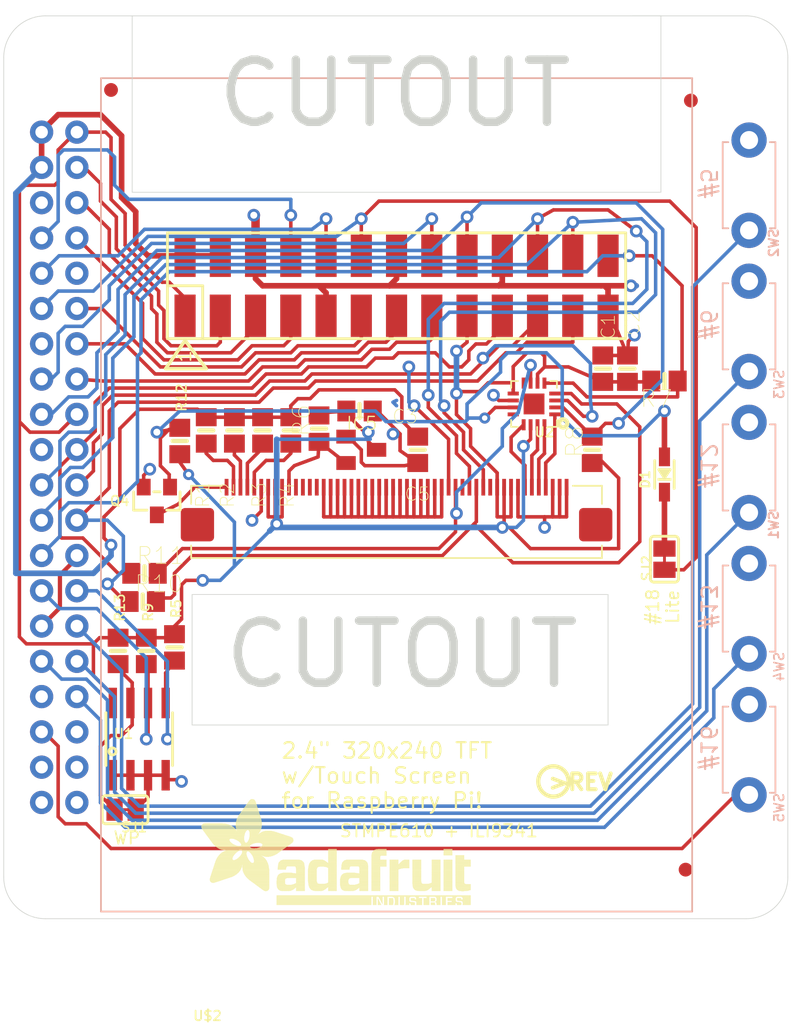
<source format=kicad_pcb>
(kicad_pcb (version 20211014) (generator pcbnew)
  (layers (0 "F.Cu" signal) (1 "In1.Cu" signal) (2 "In2.Cu" signal) (3 "In3.Cu" signal) (4 "In4.Cu" signal) (5 "In5.Cu" signal) (6 "In6.Cu" signal) (7 "In7.Cu" signal) (8 "In8.Cu" signal) (9 "In9.Cu" signal) (10 "In10.Cu" signal) (11 "In11.Cu" signal) (12 "In12.Cu" signal) (13 "In13.Cu" signal) (14 "In14.Cu" signal) (31 "B.Cu" signal) (34 "B.Paste" user) (35 "F.Paste" user) (36 "B.SilkS" user "B.Silkscreen") (37 "F.SilkS" user "F.Silkscreen") (38 "B.Mask" user) (39 "F.Mask" user) (44 "Edge.Cuts" user))
  (net 0 "")
  (net 1 "GND")
  (net 2 "+5V")
  (net 3 "MISO")
  (net 4 "N$9")
  (net 5 "N$2")
  (net 6 "N$3")
  (net 7 "N$4")
  (net 8 "N$10")
  (net 9 "MOSI_3V")
  (net 10 "TFT_DC_3V")
  (net 11 "SCLK_3V")
  (net 12 "TFT_CS_3V")
  (net 13 "TFT_RST")
  (net 14 "XL")
  (net 15 "XR")
  (net 16 "YU")
  (net 17 "YD")
  (net 18 "RT_CS_3V")
  (net 19 "RT_INT")
  (net 20 "3.3V")
  (net 21 "SCLK")
  (net 22 "MOSI")
  (net 23 "SDA")
  (net 24 "SCL")
  (net 25 "GPIO4")
  (net 26 "GPIO17")
  (net 27 "GPIO27")
  (net 28 "GPIO22")
  (net 29 "TXD")
  (net 30 "RXD")
  (net 31 "GPIO18")
  (net 32 "GPIO23")
  (net 33 "LCD_LITE")
  (net 34 "N$5")
  (net 35 "EECLK")
  (net 36 "EEDATA")
  (net 37 "N$16")
  (net 38 "GPIO5")
  (net 39 "GPIO6")
  (net 40 "GPIO12")
  (net 41 "GPIO13")
  (net 42 "GPIO16")
  (net 43 "N$8")
  (net 44 "GPIO19")
  (net 45 "GPIO26")
  (net 46 "GPIO20")
  (net 47 "GPIO21")
  (footprint "boardEagle:0805-NO" (layer "F.Cu") (at 134.8411 102.3486 -90)
    (fp_text reference "R1")
    (fp_text value "100")
  )
  (footprint "boardEagle:SOLDERJUMPER_CLOSEDWIRE" (layer "F.Cu") (at 128.9991 129.6536 180)
    (fp_text reference "SJ1")
    (fp_text value "WP")
  )
  (footprint "boardEagle:0805-NO" (layer "F.Cu") (at 150.0811 103.7456 -90)
    (fp_text reference "C5")
    (fp_text value "10uF")
  )
  (footprint "boardEagle:0805-NO" (layer "F.Cu") (at 130.3961 112.6356)
    (fp_text reference "R11")
    (fp_text value "22")
  )
  (footprint "boardEagle:FIDUCIAL_1MM" (layer "F.Cu") (at 127.9831 77.8376 180)
    (fp_text reference "U$10" hide)
    (fp_text value "FIDUCIAL\"\"" hide)
  )
  (footprint "boardEagle:0805-NO" (layer "F.Cu") (at 162.6541 103.7456 90)
    (fp_text reference "R8")
    (fp_text value "DNP")
  )
  (footprint "boardEagle:SOLDERJUMPER_CLOSEDWIRE" (layer "F.Cu") (at 167.8611 111.6196 90)
    (fp_text reference "SJ2")
    (fp_text value "BACKLITE")
  )
  (footprint "boardEagle:0805-NO" (layer "F.Cu") (at 130.5231 118.2236 90)
    (fp_text reference "R9")
    (fp_text value "3.9K")
  )
  (footprint "boardEagle:0805-NO" (layer "F.Cu") (at 132.9361 103.1106 90)
    (fp_text reference "R12")
    (fp_text value "3.9K")
  )
  (footprint "boardEagle:0805-NO" (layer "F.Cu") (at 128.4911 118.2236 90)
    (fp_text reference "R13")
    (fp_text value "3.9K")
  )
  (footprint "boardEagle:0805-NO" (layer "F.Cu") (at 163.4161 97.9036 90)
    (fp_text reference "C1")
    (fp_text value "10uF")
  )
  (footprint "boardEagle:0805-NO" (layer "F.Cu") (at 140.9371 102.3486 -90)
    (fp_text reference "R4")
    (fp_text value "100")
  )
  (footprint "boardEagle:0805-NO" (layer "F.Cu") (at 138.9051 102.3486 -90)
    (fp_text reference "R3")
    (fp_text value "100")
  )
  (footprint "boardEagle:0805-NO" (layer "F.Cu") (at 136.8731 102.3486 -90)
    (fp_text reference "R2")
    (fp_text value "100")
  )
  (footprint "boardEagle:PCBFEAT-REV-056" (layer "F.Cu") (at 159.8601 127.6216)
    (fp_text reference "U$9" hide)
    (fp_text value "" hide)
  )
  (footprint "boardEagle:FIDUCIAL_1MM" (layer "F.Cu") (at 169.3851 133.9716 -90)
    (fp_text reference "U$11" hide)
    (fp_text value "FIDUCIAL\"\"" hide)
  )
  (footprint "boardEagle:0805-NO" (layer "F.Cu") (at 142.9691 102.2216 90)
    (fp_text reference "R6")
    (fp_text value "10K")
  )
  (footprint "boardEagle:QFN16_3MM" (layer "F.Cu") (at 158.4631 100.4436 180)
    (fp_text reference "U2")
    (fp_text value "STMPE610")
  )
  (footprint "boardEagle:0805-NO" (layer "F.Cu") (at 130.2691 114.6676)
    (fp_text reference "R10")
    (fp_text value "22")
  )
  (footprint "boardEagle:0805-NO" (layer "F.Cu") (at 145.8901 100.9516)
    (fp_text reference "C3")
    (fp_text value "0.1uF")
  )
  (footprint "boardEagle:0805-NO" (layer "F.Cu") (at 167.8611 98.7926 180)
    (fp_text reference "R7")
    (fp_text value "10K")
  )
  (footprint "boardEagle:SOIC8_150MIL" (layer "F.Cu") (at 130.0151 124.5736)
    (fp_text reference "U1")
    (fp_text value "CAT24C32")
  )
  (footprint "boardEagle:0805-NO" (layer "F.Cu") (at 165.1941 97.9036 90)
    (fp_text reference "C2")
    (fp_text value "0.1uF")
  )
  (footprint "boardEagle:2X13_SMT_MALE" (layer "F.Cu") (at 148.5571 91.9346)
    (fp_text reference "JP2" hide)
    (fp_text value "CID:2608" hide)
  )
  (footprint "boardEagle:ADAFRUIT_TEXT_20MM" (layer "F.Cu") (at 134.3331 136.5116)
    (fp_text reference "U$23" hide)
    (fp_text value "" hide)
  )
  (footprint "boardEagle:SOT23" (layer "F.Cu") (at 146.0171 103.7456 -90)
    (fp_text reference "IC5")
    (fp_text value "AXP803")
  )
  (footprint "boardEagle:FIDUCIAL_1MM" (layer "F.Cu") (at 169.7661 78.5996 90)
    (fp_text reference "U$18" hide)
    (fp_text value "FIDUCIAL\"\"" hide)
  )
  (footprint "boardEagle:0805-NO" (layer "F.Cu") (at 132.5551 117.9696 90)
    (fp_text reference "R5")
    (fp_text value "3.9K")
  )
  (footprint "boardEagle:SOD-323" (layer "F.Cu") (at 167.8611 105.5236 90)
    (fp_text reference "D1")
    (fp_text value "1n4148")
  )
  (footprint "boardEagle:SOT23-WIDE" (layer "F.Cu") (at 131.2851 107.4286 180)
    (fp_text reference "Q4")
    (fp_text value "BSS138")
  )
  (footprint "boardEagle:PI_HAT_NOSLOTS" (layer "B.Cu") (at 176.7511 72.5036 -90)
    (fp_text reference "RPI1" hide)
    (fp_text value "RASPBERRYPI_BPLUS_HATNOSLOTS" hide)
    (fp_line (start 65 3) (end 65 53.5) (layer "Edge.Cuts") (width 0.05))
    (fp_line (start 3 0) (end 62 0) (layer "Edge.Cuts") (width 0.05))
    (fp_line (start 0 53.5) (end 0 3) (layer "Edge.Cuts") (width 0.05))
    (fp_line (start 62 56.5) (end 3 56.5) (layer "Edge.Cuts") (width 0.05))
    (fp_arc (start 62 0) (mid 64.12132 0.87868) (end 65 3) (layer "Edge.Cuts") (width 0.05))
    (fp_arc (start 0 3) (mid 0.87868 0.87868) (end 3 0) (layer "Edge.Cuts") (width 0.05))
    (fp_arc (start 3 56.5) (mid 0.87868 55.62132) (end 0 53.5) (layer "Edge.Cuts") (width 0.05))
    (fp_arc (start 65 53.5) (mid 64.12132 55.62132) (end 62 56.5) (layer "Edge.Cuts") (width 0.05))
  )
  (footprint "boardEagle:TACT_PANA-EVQ" (layer "B.Cu") (at 173.9571 125.3356 90)
    (fp_text reference "SW5")
    (fp_text value "")
  )
  (footprint "boardEagle:TACT_PANA-EVQ" (layer "B.Cu") (at 173.9571 115.1756 90)
    (fp_text reference "SW4")
    (fp_text value "")
  )
  (footprint "boardEagle:TACT_PANA-EVQ" (layer "B.Cu") (at 173.9571 84.6956 90)
    (fp_text reference "SW2")
    (fp_text value "")
  )
  (footprint "boardEagle:TFT_2.4IN_240X320_50PIN" (layer "B.Cu") (at 148.5571 134.9876 180)
    (fp_text reference "U$2")
    (fp_text value "DISP_LCD_240X320_50PIN-2.4IN")
  )
  (footprint "boardEagle:TACT_PANA-EVQ" (layer "B.Cu") (at 173.9571 105.0156 90)
    (fp_text reference "SW1")
    (fp_text value "")
  )
  (footprint "boardEagle:TACT_PANA-EVQ" (layer "B.Cu") (at 173.9571 94.8556 90)
    (fp_text reference "SW3")
    (fp_text value "")
  )
  (gr_line (start 134.8411 97.9036) (end 133.3171 95.8716) (layer "F.SilkS") (width 0.254))
  (gr_line (start 133.3171 95.8716) (end 131.9201 97.9036) (layer "F.SilkS") (width 0.254))
  (gr_line (start 131.9201 97.9036) (end 134.8411 97.9036) (layer "F.SilkS") (width 0.254))
  (gr_line (start 163.7971 123.5576) (end 163.7971 114.1596) (layer "Edge.Cuts") (width 0.05))
  (gr_line (start 133.8251 123.5576) (end 163.7971 123.5576) (layer "Edge.Cuts") (width 0.05))
  (gr_line (start 129.5071 85.2036) (end 167.6071 85.2036) (layer "Edge.Cuts") (width 0.05))
  (gr_line (start 133.8251 114.1596) (end 133.8251 123.5576) (layer "Edge.Cuts") (width 0.05))
  (gr_line (start 167.6071 72.5036) (end 165.5751 72.5036) (layer "Edge.Cuts") (width 0.05))
  (gr_line (start 167.6071 85.2036) (end 167.6071 72.5036) (layer "Edge.Cuts") (width 0.05))
  (gr_line (start 129.5071 72.5036) (end 129.5071 85.2036) (layer "Edge.Cuts") (width 0.05))
  (gr_line (start 163.7971 114.1596) (end 133.8251 114.1596) (layer "Edge.Cuts") (width 0.05))
  (gr_text "#16" (at 171.0361 125.2086 -90) (layer "B.SilkS") (effects (font (size 1.1176 1.1176) (thickness 0.1524)) (justify mirror)))
  (gr_text "#6" (at 171.0361 94.7286 -90) (layer "B.SilkS") (effects (font (size 1.1176 1.1176) (thickness 0.1524)) (justify mirror)))
  (gr_text "#12" (at 171.0361 104.8886 -90) (layer "B.SilkS") (effects (font (size 1.1176 1.1176) (thickness 0.1524)) (justify mirror)))
  (gr_text "#5" (at 171.0361 84.5686 -90) (layer "B.SilkS") (effects (font (size 1.1176 1.1176) (thickness 0.1524)) (justify mirror)))
  (gr_text "#13" (at 171.0361 115.0486 -90) (layer "B.SilkS") (effects (font (size 1.1176 1.1176) (thickness 0.1524)) (justify mirror)))
  (gr_text "1" (at 133.8251 97.5226 90) (layer "F.SilkS") (effects (font (size 0.89408 0.89408) (thickness 0.12192)) (justify left bottom)))
  (gr_text "#18\nLite" (at 167.7341 115.0486 90) (layer "F.SilkS") (effects (font (size 0.89408 0.89408) (thickness 0.12192))))
  (gr_text "WP" (at 129.1261 131.6856) (layer "F.SilkS") (effects (font (size 0.89408 0.89408) (thickness 0.12192))))
  (gr_text "2.4\" 320x240 TFT\nw/Touch Screen\nfor Raspberry Pi!" (at 140.1751 129.6536) (layer "F.SilkS") (effects (font (size 1.1176 1.1176) (thickness 0.1524)) (justify left bottom)))
  (gr_text "STMPE610 + ILI9341" (at 151.6051 131.1776) (layer "F.SilkS") (effects (font (size 0.89408 0.89408) (thickness 0.12192))))
  (gr_text "CUTOUT" (at 148.4301 78.0916) (layer "Edge.Cuts") (effects (font (size 4.4704 4.4704) (thickness 0.6096))))
  (gr_text "CUTOUT" (at 148.9381 118.4776) (layer "Edge.Cuts") (effects (font (size 4.4704 4.4704) (thickness 0.6096))))
  (segment (start 163.2891 91.9346) (end 165.4481 91.9346) (width 0.4064) (layer "F.Cu") (net 1))
  (segment (start 165.1941 96.9536) (end 163.4161 96.9536) (width 0.254) (layer "F.Cu") (net 1))
  (segment (start 149.1261 104.8886) (end 150.0811 104.6956) (width 0.254) (layer "F.Cu") (net 1))
  (segment (start 144.9171 102.7956) (end 145.0671 102.7956) (width 0.254) (layer "F.Cu") (net 1))
  (segment (start 142.9691 91.9346) (end 143.4771 92.4426) (width 0.4064) (layer "F.Cu") (net 1))
  (segment (start 159.2251 108.5716) (end 159.2251 109.3336) (width 0.254) (layer "F.Cu") (net 1))
  (segment (start 148.3031 102.6026) (end 148.5571 102.3486) (width 0.254) (layer "F.Cu") (net 1))
  (segment (start 131.9201 127.1736) (end 131.9201 127.4946) (width 0.254) (layer "F.Cu") (net 1))
  (segment (start 138.9051 91.9346) (end 142.9691 91.9346) (width 0.4064) (layer "F.Cu") (net 1))
  (segment (start 138.3971 91.4266) (end 138.9051 91.9346) (width 0.4064) (layer "F.Cu") (net 1))
  (segment (start 157.3071 108.5716) (end 159.2251 108.5716) (width 0.254) (layer "F.Cu") (net 1))
  (segment (start 148.8111 103.8066) (end 148.8111 102.6026) (width 0.254) (layer "F.Cu") (net 1))
  (segment (start 132.9361 127.4946) (end 133.0631 127.6216) (width 0.254) (layer "F.Cu") (net 1))
  (segment (start 163.7971 92.1886) (end 163.5431 91.9346) (width 0.4064) (layer "F.Cu") (net 1))
  (segment (start 124.3001 112.7626) (end 125.5211 111.5416) (width 0.3048) (layer "F.Cu") (net 1))
  (segment (start 163.7971 92.1886) (end 163.7971 94.0936) (width 0.4064) (layer "F.Cu") (net 1))
  (segment (start 160.8071 108.5716) (end 160.8071 106.4366) (width 0.254) (layer "F.Cu") (net 1))
  (segment (start 130.6501 128.7646) (end 130.6501 127.1736) (width 0.254) (layer "F.Cu") (net 1))
  (segment (start 143.4771 92.4426) (end 143.4771 94.0936) (width 0.4064) (layer "F.Cu") (net 1))
  (segment (start 157.3071 106.4366) (end 157.3071 108.5716) (width 0.254) (layer "F.Cu") (net 1))
  (segment (start 159.2251 108.5716) (end 159.8071 108.5716) (width 0.254) (layer "F.Cu") (net 1))
  (segment (start 148.8111 103.8066) (end 150.0811 104.6956) (width 0.254) (layer "F.Cu") (net 1))
  (segment (start 148.0491 91.9346) (end 142.9691 91.9346) (width 0.4064) (layer "F.Cu") (net 1))
  (segment (start 165.2601 95.9376) (end 165.7021 95.4906) (width 0.254) (layer "F.Cu") (net 1))
  (segment (start 146.0171 103.7456) (end 146.0171 104.6346) (width 0.254) (layer "F.Cu") (net 1))
  (segment (start 129.3801 127.1736) (end 130.6501 127.1736) (width 0.254) (layer "F.Cu") (net 1))
  (segment (start 129.7611 129.6536) (end 130.6501 128.7646) (width 0.254) (layer "F.Cu") (net 1))
  (segment (start 156.9631 100.1936) (end 155.9271 100.1936) (width 0.254) (layer "F.Cu") (net 1))
  (segment (start 128.1101 127.1736) (end 129.3801 127.1736) (width 0.254) (layer "F.Cu") (net 1))
  (segment (start 146.2711 104.8886) (end 149.1261 104.8886) (width 0.254) (layer "F.Cu") (net 1))
  (segment (start 131.9201 127.4946) (end 132.9361 127.4946) (width 0.254) (layer "F.Cu") (net 1))
  (segment (start 148.5571 89.7756) (end 148.5571 91.4266) (width 0.4064) (layer "F.Cu") (net 1))
  (segment (start 145.0671 102.7956) (end 146.0171 103.7456) (width 0.254) (layer "F.Cu") (net 1))
  (segment (start 130.3351 105.5846) (end 130.7771 105.1426) (width 0.254) (layer "F.Cu") (net 1))
  (segment (start 164.1781 94.4746) (end 165.1941 96.9536) (width 0.254) (layer "F.Cu") (net 1))
  (segment (start 146.8401 100.9516) (end 146.8401 101.3936) (width 0.254) (layer "F.Cu") (net 1))
  (segment (start 125.5211 111.5416) (end 125.5211 111.3536) (width 0.3048) (layer "F.Cu") (net 1))
  (segment (start 138.8071 106.4366) (end 138.8071 108.1616) (width 0.254) (layer "F.Cu") (net 1))
  (segment (start 138.3971 89.7756) (end 138.3971 91.4266) (width 0.4064) (layer "F.Cu") (net 1))
  (segment (start 138.8071 108.1616) (end 138.1431 108.8256) (width 0.254) (layer "F.Cu") (net 1))
  (segment (start 159.8071 106.4366) (end 159.8071 108.5716) (width 0.254) (layer "F.Cu") (net 1))
  (segment (start 163.7971 94.0936) (end 164.1781 94.4746) (width 0.254) (layer "F.Cu") (net 1))
  (segment (start 159.8071 108.5716) (end 160.3071 108.5716) (width 0.254) (layer "F.Cu") (net 1))
  (segment (start 130.3351 106.4286) (end 130.3351 105.5846) (width 0.254) (layer "F.Cu") (net 1))
  (segment (start 138.3971 89.7756) (end 138.3971 86.9816) (width 0.6096) (layer "F.Cu") (net 1))
  (segment (start 165.1941 96.9536) (end 165.2601 95.9376) (width 0.254) (layer "F.Cu") (net 1))
  (segment (start 155.9231 91.9346) (end 148.0491 91.9346) (width 0.4064) (layer "F.Cu") (net 1))
  (segment (start 163.5431 91.9346) (end 163.2891 91.9346) (width 0.254) (layer "F.Cu") (net 1))
  (segment (start 148.5571 102.3486) (end 147.2871 101.0786) (width 0.254) (layer "F.Cu") (net 1))
  (segment (start 147.2871 101.0786) (end 146.8401 100.9516) (width 0.254) (layer "F.Cu") (net 1))
  (segment (start 148.5571 91.4266) (end 148.0491 91.9346) (width 0.4064) (layer "F.Cu") (net 1))
  (segment (start 146.0171 104.6346) (end 146.2711 104.8886) (width 0.254) (layer "F.Cu") (net 1))
  (segment (start 122.9811 116.4336) (end 124.3001 115.1146) (width 0.3048) (layer "F.Cu") (net 1))
  (segment (start 155.9271 100.1936) (end 155.5421 99.8086) (width 0.254) (layer "F.Cu") (net 1))
  (segment (start 156.1771 89.7756) (end 156.1771 91.6806) (width 0.4064) (layer "F.Cu") (net 1))
  (segment (start 148.8111 102.6026) (end 148.5571 102.3486) (width 0.254) (layer "F.Cu") (net 1))
  (segment (start 124.3001 115.1146) (end 124.3001 112.7626) (width 0.3048) (layer "F.Cu") (net 1))
  (segment (start 130.6501 127.1736) (end 131.9201 127.1736) (width 0.254) (layer "F.Cu") (net 1))
  (segment (start 156.1771 91.6806) (end 155.9231 91.9346) (width 0.4064) (layer "F.Cu") (net 1))
  (segment (start 160.3071 106.4366) (end 160.3071 108.5716) (width 0.254) (layer "F.Cu") (net 1))
  (segment (start 163.2891 91.9346) (end 155.9231 91.9346) (width 0.4064) (layer "F.Cu") (net 1))
  (segment (start 160.3071 108.5716) (end 160.8071 108.5716) (width 0.254) (layer "F.Cu") (net 1))
  (segment (start 138.3971 86.9816) (end 138.2701 86.8546) (width 0.6096) (layer "F.Cu") (net 1))
  (via (at 138.2701 86.8546) (size 0.909318) (drill 0.502918) (layers "F.Cu" "B.Cu") (net 1))
  (via (at 165.4481 91.9346) (size 0.909318) (drill 0.502918) (layers "F.Cu" "B.Cu") (net 1))
  (via (at 130.7771 105.1426) (size 0.909318) (drill 0.502918) (layers "F.Cu" "B.Cu") (net 1))
  (via (at 165.7021 95.4906) (size 0.909318) (drill 0.502918) (layers "F.Cu" "B.Cu") (net 1))
  (via (at 148.3031 102.6026) (size 0.909318) (drill 0.502918) (layers "F.Cu" "B.Cu") (net 1))
  (via (at 133.0631 127.6216) (size 0.909318) (drill 0.502918) (layers "F.Cu" "B.Cu") (net 1))
  (via (at 138.1431 108.8256) (size 0.909318) (drill 0.502918) (layers "F.Cu" "B.Cu") (net 1))
  (via (at 159.2251 109.3336) (size 0.909318) (drill 0.502918) (layers "F.Cu" "B.Cu") (net 1))
  (via (at 155.5421 99.8086) (size 0.909318) (drill 0.502918) (layers "F.Cu" "B.Cu") (net 1))
  (segment (start 148.5571 100.1896) (end 148.3031 100.3166) (width 0.254) (layer "B.Cu") (net 1))
  (segment (start 148.3031 100.3166) (end 148.5571 100.5706) (width 0.254) (layer "B.Cu") (net 1))
  (segment (start 138.1431 108.8256) (end 137.8891 108.5716) (width 0.254) (layer "B.Cu") (net 1))
  (segment (start 159.2251 109.3336) (end 159.2251 109.5876) (width 0.254) (layer "B.Cu") (net 1))
  (segment (start 165.4481 91.9346) (end 165.8291 91.9346) (width 0.4064) (layer "B.Cu") (net 1))
  (segment (start 134.4601 101.4596) (end 134.8411 101.8406) (width 0.254) (layer "F.Cu") (net 2))
  (segment (start 134.8411 101.3986) (end 136.8731 101.3986) (width 0.254) (layer "F.Cu") (net 2))
  (segment (start 127.9831 110.6036) (end 127.4751 110.0956) (width 0.254) (layer "F.Cu") (net 2))
  (segment (start 136.8731 101.3986) (end 138.9051 101.3986) (width 0.254) (layer "F.Cu") (net 2))
  (segment (start 134.8411 101.8406) (end 134.8411 101.3986) (width 0.254) (layer "F.Cu") (net 2))
  (segment (start 148.9381 99.9356) (end 148.9381 101.6526) (width 0.254) (layer "F.Cu") (net 2))
  (segment (start 129.7611 86.6006) (end 129.7611 88.8866) (width 0.4064) (layer "F.Cu") (net 2))
  (segment (start 140.9371 101.3986) (end 140.9371 100.5706) (width 0.254) (layer "F.Cu") (net 2))
  (segment (start 130.6501 89.7756) (end 133.3171 89.7756) (width 0.4064) (layer "F.Cu") (net 2))
  (segment (start 129.7611 88.8866) (end 130.6501 89.7756) (width 0.4064) (layer "F.Cu") (net 2))
  (segment (start 122.9811 80.8076) (end 122.9811 80.8736) (width 0.4064) (layer "F.Cu") (net 2))
  (segment (start 128.7451 85.5846) (end 129.7611 86.6006) (width 0.4064) (layer "F.Cu") (net 2))
  (segment (start 140.9371 100.5706) (end 141.4451 100.0626) (width 0.254) (layer "F.Cu") (net 2))
  (segment (start 124.1731 79.6156) (end 122.9811 80.8076) (width 0.4064) (layer "F.Cu") (net 2))
  (segment (start 142.9691 99.4276) (end 148.4301 99.4276) (width 0.254) (layer "F.Cu") (net 2))
  (segment (start 134.7801 101.3986) (end 134.8411 101.3986) (width 0.254) (layer "F.Cu") (net 2))
  (segment (start 127.2211 79.6156) (end 124.1731 79.6156) (width 0.4064) (layer "F.Cu") (net 2))
  (segment (start 141.4451 100.0626) (end 142.3341 100.0626) (width 0.254) (layer "F.Cu") (net 2))
  (segment (start 134.2061 100.8246) (end 134.7801 101.3986) (width 0.254) (layer "F.Cu") (net 2))
  (segment (start 135.8571 89.7756) (end 133.3171 89.7756) (width 0.4064) (layer "F.Cu") (net 2))
  (segment (start 138.9051 101.3986) (end 140.9371 101.3986) (width 0.254) (layer "F.Cu") (net 2))
  (segment (start 127.4751 110.0956) (end 127.4751 108.5716) (width 0.254) (layer "F.Cu") (net 2))
  (segment (start 142.3341 100.0626) (end 142.9691 99.4276) (width 0.254) (layer "F.Cu") (net 2))
  (segment (start 128.6181 102.2216) (end 130.0151 100.8246) (width 0.254) (layer "F.Cu") (net 2))
  (segment (start 127.4751 108.5716) (end 128.6181 107.4286) (width 0.254) (layer "F.Cu") (net 2))
  (segment (start 128.7451 81.1396) (end 127.2211 79.6156) (width 0.4064) (layer "F.Cu") (net 2))
  (segment (start 128.7451 81.1396) (end 128.7451 85.5846) (width 0.4064) (layer "F.Cu") (net 2))
  (segment (start 122.9811 80.8736) (end 122.9811 83.4136) (width 0.4064) (layer "F.Cu") (net 2))
  (segment (start 139.0981 101.0786) (end 138.9051 101.3986) (width 0.254) (layer "F.Cu") (net 2))
  (segment (start 130.0151 100.8246) (end 134.2061 100.8246) (width 0.254) (layer "F.Cu") (net 2))
  (segment (start 148.4301 99.4276) (end 148.9381 99.9356) (width 0.254) (layer "F.Cu") (net 2))
  (segment (start 128.6181 107.4286) (end 128.6181 102.2216) (width 0.254) (layer "F.Cu") (net 2))
  (segment (start 148.9381 101.6526) (end 150.0811 102.7956) (width 0.254) (layer "F.Cu") (net 2))
  (via (at 127.9831 110.6036) (size 0.909318) (drill 0.502918) (layers "F.Cu" "B.Cu") (net 2))
  (segment (start 126.7131 112.6356) (end 127.9831 111.3656) (width 0.4064) (layer "B.Cu") (net 2))
  (segment (start 127.9831 111.3656) (end 127.9831 110.6036) (width 0.4064) (layer "B.Cu") (net 2))
  (segment (start 122.9811 83.4136) (end 121.1251 85.2696) (width 0.4064) (layer "B.Cu") (net 2))
  (segment (start 121.1251 112.6356) (end 126.7131 112.6356) (width 0.4064) (layer "B.Cu") (net 2))
  (segment (start 121.1251 85.2696) (end 121.1251 112.6356) (width 0.4064) (layer "B.Cu") (net 2))
  (segment (start 152.3071 106.4366) (end 152.3071 102.9836) (width 0.254) (layer "F.Cu") (net 3))
  (segment (start 128.1101 99.8086) (end 138.3971 99.8086) (width 0.254) (layer "F.Cu") (net 3))
  (segment (start 155.0341 97.1416) (end 154.7801 97.1416) (width 0.254) (layer "F.Cu") (net 3))
  (segment (start 159.9631 100.1936) (end 160.8801 100.1936) (width 0.254) (layer "F.Cu") (net 3))
  (segment (start 162.0191 101.3326) (end 162.6541 101.3326) (width 0.254) (layer "F.Cu") (net 3))
  (segment (start 155.9231 96.2526) (end 156.9391 96.2526) (width 0.254) (layer "F.Cu") (net 3))
  (segment (start 156.9391 96.2526) (end 158.7171 94.4746) (width 0.254) (layer "F.Cu") (net 3))
  (segment (start 127.3481 102.6026) (end 126.7131 103.2376) (width 0.254) (layer "F.Cu") (net 3))
  (segment (start 149.4461 98.2846) (end 153.8911 98.2846) (width 0.254) (layer "F.Cu") (net 3))
  (segment (start 142.4611 98.2846) (end 149.4461 98.2846) (width 0.254) (layer "F.Cu") (net 3))
  (segment (start 141.9531 98.7926) (end 142.4611 98.2846) (width 0.254) (layer "F.Cu") (net 3))
  (segment (start 138.3971 99.8086) (end 139.4131 98.7926) (width 0.254) (layer "F.Cu") (net 3))
  (segment (start 153.8911 98.2846) (end 155.0341 97.1416) (width 0.254) (layer "F.Cu") (net 3))
  (segment (start 125.7091 106.2736) (end 125.5211 106.2736) (width 0.254) (layer "F.Cu") (net 3))
  (segment (start 158.7171 94.7286) (end 158.7171 94.0936) (width 0.254) (layer "F.Cu") (net 3))
  (segment (start 158.7171 94.4746) (end 158.7171 94.0936) (width 0.254) (layer "F.Cu") (net 3))
  (segment (start 149.8271 100.5706) (end 152.3071 102.9836) (width 0.254) (layer "F.Cu") (net 3))
  (segment (start 139.4131 98.7926) (end 141.9531 98.7926) (width 0.254) (layer "F.Cu") (net 3))
  (segment (start 127.3481 100.5706) (end 127.3481 102.6026) (width 0.254) (layer "F.Cu") (net 3))
  (segment (start 160.8801 100.1936) (end 162.0191 101.3326) (width 0.254) (layer "F.Cu") (net 3))
  (segment (start 127.3481 100.5706) (end 128.1101 99.8086) (width 0.254) (layer "F.Cu") (net 3))
  (segment (start 126.7131 103.2376) (end 126.7131 105.2696) (width 0.254) (layer "F.Cu") (net 3))
  (segment (start 149.4461 98.2846) (end 149.4461 97.7766) (width 0.254) (layer "F.Cu") (net 3))
  (segment (start 155.9231 96.2526) (end 155.0341 97.1416) (width 0.254) (layer "F.Cu") (net 3))
  (segment (start 126.7131 105.2696) (end 125.7091 106.2736) (width 0.254) (layer "F.Cu") (net 3))
  (via (at 162.6541 101.3326) (size 0.909318) (drill 0.502918) (layers "F.Cu" "B.Cu") (net 3))
  (via (at 149.4461 97.7766) (size 0.909318) (drill 0.502918) (layers "F.Cu" "B.Cu") (net 3))
  (via (at 154.7801 97.1416) (size 0.909318) (drill 0.502918) (layers "F.Cu" "B.Cu") (net 3))
  (via (at 149.8271 100.5706) (size 0.909318) (drill 0.502918) (layers "F.Cu" "B.Cu") (net 3))
  (segment (start 155.6691 96.2526) (end 161.2571 96.2526) (width 0.254) (layer "B.Cu") (net 3))
  (segment (start 154.7801 97.1416) (end 155.6691 96.2526) (width 0.254) (layer "B.Cu") (net 3))
  (segment (start 161.2571 96.2526) (end 162.5271 97.5226) (width 0.254) (layer "B.Cu") (net 3))
  (segment (start 149.4461 97.7766) (end 149.4461 100.3166) (width 0.254) (layer "B.Cu") (net 3))
  (segment (start 162.5271 97.5226) (end 162.5271 100.1896) (width 0.254) (layer "B.Cu") (net 3))
  (segment (start 162.6541 101.3326) (end 162.5271 100.1896) (width 0.254) (layer "B.Cu") (net 3))
  (segment (start 149.4461 100.3166) (end 149.8271 100.5706) (width 0.254) (layer "B.Cu") (net 3))
  (segment (start 151.3071 108.5716) (end 151.8071 108.5716) (width 0.254) (layer "F.Cu") (net 4))
  (segment (start 146.3071 108.5716) (end 145.8071 108.5716) (width 0.254) (layer "F.Cu") (net 4))
  (segment (start 145.8071 106.4366) (end 145.8071 108.5716) (width 0.254) (layer "F.Cu") (net 4))
  (segment (start 146.8071 108.5716) (end 147.3071 108.5716) (width 0.254) (layer "F.Cu") (net 4))
  (segment (start 149.8071 106.4366) (end 149.8071 108.5716) (width 0.254) (layer "F.Cu") (net 4))
  (segment (start 147.8071 108.5716) (end 148.3071 108.5716) (width 0.254) (layer "F.Cu") (net 4))
  (segment (start 145.3071 108.5716) (end 145.8071 108.5716) (width 0.254) (layer "F.Cu") (net 4))
  (segment (start 150.8071 106.4366) (end 150.8071 108.5716) (width 0.254) (layer "F.Cu") (net 4))
  (segment (start 144.8071 108.5716) (end 145.3071 108.5716) (width 0.254) (layer "F.Cu") (net 4))
  (segment (start 148.8071 106.4366) (end 148.8071 108.5716) (width 0.254) (layer "F.Cu") (net 4))
  (segment (start 151.8071 108.5716) (end 151.8071 106.4366) (width 0.254) (layer "F.Cu") (net 4))
  (segment (start 147.3071 108.5716) (end 147.8071 108.5716) (width 0.254) (layer "F.Cu") (net 4))
  (segment (start 147.3071 106.4366) (end 147.3071 108.5716) (width 0.254) (layer "F.Cu") (net 4))
  (segment (start 148.8071 108.5716) (end 149.3071 108.5716) (width 0.254) (layer "F.Cu") (net 4))
  (segment (start 143.3071 108.5716) (end 143.8071 108.5716) (width 0.254) (layer "F.Cu") (net 4))
  (segment (start 149.8071 108.5716) (end 150.3071 108.5716) (width 0.254) (layer "F.Cu") (net 4))
  (segment (start 150.3071 108.5716) (end 150.8071 108.5716) (width 0.254) (layer "F.Cu") (net 4))
  (segment (start 145.3071 106.4366) (end 145.3071 108.5716) (width 0.254) (layer "F.Cu") (net 4))
  (segment (start 150.3071 106.4366) (end 150.3071 108.5716) (width 0.254) (layer "F.Cu") (net 4))
  (segment (start 144.3071 108.5716) (end 144.8071 108.5716) (width 0.254) (layer "F.Cu") (net 4))
  (segment (start 143.3071 106.4366) (end 143.3071 108.5716) (width 0.254) (layer "F.Cu") (net 4))
  (segment (start 146.3071 108.5716) (end 146.8071 108.5716) (width 0.254) (layer "F.Cu") (net 4))
  (segment (start 151.3071 106.4366) (end 151.3071 108.5716) (width 0.254) (layer "F.Cu") (net 4))
  (segment (start 143.8071 108.5716) (end 144.3071 108.5716) (width 0.254) (layer "F.Cu") (net 4))
  (segment (start 143.8071 106.4366) (end 143.8071 108.5716) (width 0.254) (layer "F.Cu") (net 4))
  (segment (start 146.3071 106.4366) (end 146.3071 108.5716) (width 0.254) (layer "F.Cu") (net 4))
  (segment (start 149.3071 106.4366) (end 149.3071 108.5716) (width 0.254) (layer "F.Cu") (net 4))
  (segment (start 147.8071 106.4366) (end 147.8071 108.5716) (width 0.254) (layer "F.Cu") (net 4))
  (segment (start 148.3071 106.4366) (end 148.3071 108.5716) (width 0.254) (layer "F.Cu") (net 4))
  (segment (start 148.3071 108.5716) (end 148.8071 108.5716) (width 0.254) (layer "F.Cu") (net 4))
  (segment (start 149.3071 108.5716) (end 149.8071 108.5716) (width 0.254) (layer "F.Cu") (net 4))
  (segment (start 144.8071 106.4366) (end 144.8071 108.5716) (width 0.254) (layer "F.Cu") (net 4))
  (segment (start 150.8071 108.5716) (end 151.3071 108.5716) (width 0.254) (layer "F.Cu") (net 4))
  (segment (start 146.8071 106.4366) (end 146.8071 108.5716) (width 0.254) (layer "F.Cu") (net 4))
  (segment (start 144.3071 106.4366) (end 144.3071 108.5716) (width 0.254) (layer "F.Cu") (net 4))
  (segment (start 136.8071 104.9496) (end 136.3651 104.5076) (width 0.254) (layer "F.Cu") (net 5))
  (segment (start 136.3651 104.5076) (end 135.3491 104.5076) (width 0.254) (layer "F.Cu") (net 5))
  (segment (start 134.8411 103.9996) (end 134.8411 103.2986) (width 0.254) (layer "F.Cu") (net 5))
  (segment (start 136.8071 106.4366) (end 136.8071 104.9496) (width 0.254) (layer "F.Cu") (net 5))
  (segment (start 135.3491 104.5076) (end 134.8411 103.9996) (width 0.254) (layer "F.Cu") (net 5))
  (segment (start 136.8731 104.1266) (end 136.8731 103.2986) (width 0.254) (layer "F.Cu") (net 6))
  (segment (start 137.3071 104.5606) (end 136.8731 104.1266) (width 0.254) (layer "F.Cu") (net 6))
  (segment (start 137.3071 106.4366) (end 137.3071 104.5606) (width 0.254) (layer "F.Cu") (net 6))
  (segment (start 137.8071 104.7166) (end 138.9051 103.6186) (width 0.254) (layer "F.Cu") (net 7))
  (segment (start 137.8071 106.4366) (end 137.8071 104.7166) (width 0.254) (layer "F.Cu") (net 7))
  (segment (start 138.9051 103.6186) (end 138.9051 103.2986) (width 0.254) (layer "F.Cu") (net 7))
  (segment (start 139.1591 104.5076) (end 140.4291 104.5076) (width 0.254) (layer "F.Cu") (net 8))
  (segment (start 140.4291 104.5076) (end 140.9371 103.9996) (width 0.254) (layer "F.Cu") (net 8))
  (segment (start 138.3071 105.3596) (end 139.1591 104.5076) (width 0.254) (layer "F.Cu") (net 8))
  (segment (start 138.3071 106.4366) (end 138.3071 105.3596) (width 0.254) (layer "F.Cu") (net 8))
  (segment (start 140.9371 103.9996) (end 140.9371 103.2986) (width 0.254) (layer "F.Cu") (net 8))
  (segment (start 148.6841 96.7606) (end 151.3511 96.7606) (width 0.254) (layer "F.Cu") (net 9))
  (segment (start 153.2561 97.7766) (end 153.7641 97.2686) (width 0.254) (layer "F.Cu") (net 9))
  (segment (start 153.7641 97.2686) (end 153.7641 96.6336) (width 0.254) (layer "F.Cu") (net 9))
  (segment (start 147.0331 97.1416) (end 148.3031 97.1416) (width 0.254) (layer "F.Cu") (net 9))
  (segment (start 154.2721 96.1256) (end 155.0341 96.1256) (width 0.254) (layer "F.Cu") (net 9))
  (segment (start 148.3031 97.1416) (end 148.6841 96.7606) (width 0.254) (layer "F.Cu") (net 9))
  (segment (start 141.6991 98.2846) (end 142.2071 97.7766) (width 0.254) (layer "F.Cu") (net 9))
  (segment (start 125.5211 103.7336) (end 126.8401 102.4146) (width 0.254) (layer "F.Cu") (net 9))
  (segment (start 126.8401 102.4146) (end 126.8401 100.3166) (width 0.254) (layer "F.Cu") (net 9))
  (segment (start 127.8561 99.3006) (end 126.8401 100.3166) (width 0.254) (layer "F.Cu") (net 9))
  (segment (start 124.4271 110.0956) (end 125.9511 110.0956) (width 0.254) (layer "F.Cu") (net 9))
  (segment (start 155.0341 96.1256) (end 156.1771 94.9826) (width 0.254) (layer "F.Cu") (net 9))
  (segment (start 146.3981 97.7766) (end 147.0331 97.1416) (width 0.254) (layer "F.Cu") (net 9))
  (segment (start 127.8561 99.3006) (end 138.1431 99.3006) (width 0.254) (layer "F.Cu") (net 9))
  (segment (start 142.2071 97.7766) (end 146.3981 97.7766) (width 0.254) (layer "F.Cu") (net 9))
  (segment (start 153.7641 96.6336) (end 154.2721 96.1256) (width 0.254) (layer "F.Cu") (net 9))
  (segment (start 124.3001 104.9546) (end 124.3001 109.9686) (width 0.254) (layer "F.Cu") (net 9))
  (segment (start 125.5211 103.7336) (end 124.3001 104.9546) (width 0.254) (layer "F.Cu") (net 9))
  (segment (start 138.1431 99.3006) (end 139.1591 98.2846) (width 0.254) (layer "F.Cu") (net 9))
  (segment (start 151.3511 96.7606) (end 152.3671 97.7766) (width 0.254) (layer "F.Cu") (net 9))
  (segment (start 139.1591 98.2846) (end 141.6991 98.2846) (width 0.254) (layer "F.Cu") (net 9))
  (segment (start 128.4911 112.6356) (end 129.4461 112.6356) (width 0.254) (layer "F.Cu") (net 9))
  (segment (start 156.1771 94.9826) (end 156.1771 94.0936) (width 0.254) (layer "F.Cu") (net 9))
  (segment (start 125.9511 110.0956) (end 128.4911 112.6356) (width 0.254) (layer "F.Cu") (net 9))
  (segment (start 124.3001 109.9686) (end 124.4271 110.0956) (width 0.254) (layer "F.Cu") (net 9))
  (segment (start 152.3671 97.7766) (end 153.2561 97.7766) (width 0.254) (layer "F.Cu") (net 9))
  (segment (start 156.1771 95.2366) (end 156.1771 94.9826) (width 0.254) (layer "F.Cu") (net 9))
  (segment (start 152.8751 103.9996) (end 152.8751 102.7296) (width 0.254) (layer "F.Cu") (net 10))
  (segment (start 165.8291 87.9976) (end 163.7971 86.4736) (width 0.254) (layer "F.Cu") (net 10))
  (segment (start 158.7171 87.1086) (end 158.7171 89.7756) (width 0.254) (layer "F.Cu") (net 10))
  (segment (start 150.8431 100.6976) (end 150.8431 99.8086) (width 0.254) (layer "F.Cu") (net 10))
  (segment (start 159.8601 86.4736) (end 158.7171 87.1086) (width 0.254) (layer "F.Cu") (net 10))
  (segment (start 153.8071 106.4366) (end 153.8071 104.9316) (width 0.254) (layer "F.Cu") (net 10))
  (segment (start 153.8071 104.9316) (end 152.8751 103.9996) (width 0.254) (layer "F.Cu") (net 10))
  (segment (start 163.7971 86.4736) (end 159.8601 86.4736) (width 0.254) (layer "F.Cu") (net 10))
  (segment (start 152.8751 102.7296) (end 150.8431 100.6976) (width 0.254) (layer "F.Cu") (net 10))
  (via (at 158.7171 87.1086) (size 0.909318) (drill 0.502918) (layers "F.Cu" "B.Cu") (net 10))
  (via (at 150.8431 99.8086) (size 0.909318) (drill 0.502918) (layers "F.Cu" "B.Cu") (net 10))
  (via (at 165.8291 87.9976) (size 0.909318) (drill 0.502918) (layers "F.Cu" "B.Cu") (net 10))
  (segment (start 128.9991 95.4906) (end 127.6021 96.8876) (width 0.254) (layer "B.Cu") (net 10))
  (segment (start 128.9991 95.4906) (end 128.9991 92.5696) (width 0.254) (layer "B.Cu") (net 10))
  (segment (start 128.9991 92.5696) (end 131.6661 89.9026) (width 0.254) (layer "B.Cu") (net 10))
  (segment (start 166.5911 92.1886) (end 166.5911 88.7596) (width 0.254) (layer "B.Cu") (net 10))
  (segment (start 151.9861 93.2046) (end 165.5751 93.2046) (width 0.254) (layer "B.Cu") (net 10))
  (segment (start 127.6021 99.8086) (end 126.8401 100.5706) (width 0.254) (layer "B.Cu") (net 10))
  (segment (start 150.8431 99.8086) (end 150.8431 94.3476) (width 0.254) (layer "B.Cu") (net 10))
  (segment (start 127.6021 96.8876) (end 127.6021 99.8086) (width 0.254) (layer "B.Cu") (net 10))
  (segment (start 165.5751 93.2046) (end 166.5911 92.1886) (width 0.254) (layer "B.Cu") (net 10))
  (segment (start 166.5911 88.7596) (end 165.8291 87.9976) (width 0.254) (layer "B.Cu") (net 10))
  (segment (start 131.6661 89.9026) (end 155.9231 89.9026) (width 0.254) (layer "B.Cu") (net 10))
  (segment (start 155.9231 89.9026) (end 158.7171 87.1086) (width 0.254) (layer "B.Cu") (net 10))
  (segment (start 122.9811 106.2736) (end 124.3001 104.9546) (width 0.254) (layer "B.Cu") (net 10))
  (segment (start 150.8431 94.3476) (end 151.9861 93.2046) (width 0.254) (layer "B.Cu") (net 10))
  (segment (start 124.9351 102.4756) (end 126.4591 102.4756) (width 0.254) (layer "B.Cu") (net 10))
  (segment (start 126.8401 102.0946) (end 126.4591 102.4756) (width 0.254) (layer "B.Cu") (net 10))
  (segment (start 124.3001 104.9546) (end 124.3001 103.1106) (width 0.254) (layer "B.Cu") (net 10))
  (segment (start 124.3001 103.1106) (end 124.9351 102.4756) (width 0.254) (layer "B.Cu") (net 10))
  (segment (start 126.8401 100.5706) (end 126.8401 102.0946) (width 0.254) (layer "B.Cu") (net 10))
  (segment (start 128.4911 100.3166) (end 127.8561 100.9516) (width 0.254) (layer "F.Cu") (net 11))
  (segment (start 157.9551 95.9986) (end 161.2571 95.9986) (width 0.254) (layer "F.Cu") (net 11))
  (segment (start 157.1931 96.7606) (end 157.9551 95.9986) (width 0.254) (layer "F.Cu") (net 11))
  (segment (start 139.6671 99.3006) (end 142.2071 99.3006) (width 0.254) (layer "F.Cu") (net 11))
  (segment (start 138.6511 100.3166) (end 139.6671 99.3006) (width 0.254) (layer "F.Cu") (net 11))
  (segment (start 128.9991 114.6676) (end 129.3191 114.6676) (width 0.254) (layer "F.Cu") (net 11))
  (segment (start 127.7291 113.3976) (end 128.9991 114.6676) (width 0.254) (layer "F.Cu") (net 11))
  (segment (start 142.2071 99.3006) (end 142.7151 98.7926) (width 0.254) (layer "F.Cu") (net 11))
  (segment (start 128.4911 100.3166) (end 138.6511 100.3166) (width 0.254) (layer "F.Cu") (net 11))
  (segment (start 142.7151 98.7926) (end 154.3991 98.7926) (width 0.254) (layer "F.Cu") (net 11))
  (segment (start 156.4311 96.7606) (end 157.1931 96.7606) (width 0.254) (layer "F.Cu") (net 11))
  (segment (start 161.2571 95.9986) (end 161.2571 94.0936) (width 0.254) (layer "F.Cu") (net 11))
  (segment (start 127.8561 106.4786) (end 125.5211 108.8136) (width 0.254) (layer "F.Cu") (net 11))
  (segment (start 127.8561 100.9516) (end 127.8561 106.4786) (width 0.254) (layer "F.Cu") (net 11))
  (segment (start 154.3991 98.7926) (end 156.4311 96.7606) (width 0.254) (layer "F.Cu") (net 11))
  (via (at 127.7291 113.3976) (size 0.909318) (drill 0.502918) (layers "F.Cu" "B.Cu") (net 11))
  (segment (start 128.8721 112.4186) (end 127.8931 113.3976) (width 0.254) (layer "B.Cu") (net 11))
  (segment (start 127.8931 113.3976) (end 127.7291 113.3976) (width 0.254) (layer "B.Cu") (net 11))
  (segment (start 125.5211 108.8136) (end 127.7171 108.8136) (width 0.254) (layer "B.Cu") (net 11))
  (segment (start 128.8721 109.9686) (end 128.8721 112.4186) (width 0.254) (layer "B.Cu") (net 11))
  (segment (start 127.7171 108.8136) (end 128.8721 109.9686) (width 0.254) (layer "B.Cu") (net 11))
  (segment (start 154.8071 106.4366) (end 154.8071 105.1696) (width 0.254) (layer "F.Cu") (net 12))
  (segment (start 154.8071 105.1696) (end 153.3831 103.7456) (width 0.254) (layer "F.Cu") (net 12))
  (segment (start 151.9861 101.0786) (end 151.9861 100.5706) (width 0.254) (layer "F.Cu") (net 12))
  (segment (start 161.2571 87.3626) (end 161.2571 89.7756) (width 0.254) (layer "F.Cu") (net 12))
  (segment (start 153.3831 102.4756) (end 151.9861 101.0786) (width 0.254) (layer "F.Cu") (net 12))
  (segment (start 153.3831 103.7456) (end 153.3831 102.4756) (width 0.254) (layer "F.Cu") (net 12))
  (via (at 151.9861 100.5706) (size 0.909318) (drill 0.502918) (layers "F.Cu" "B.Cu") (net 12))
  (via (at 161.2571 87.3626) (size 0.909318) (drill 0.502918) (layers "F.Cu" "B.Cu") (net 12))
  (segment (start 166.2101 87.1086) (end 161.2571 87.3626) (width 0.254) (layer "B.Cu") (net 12))
  (segment (start 167.2261 88.1246) (end 166.2101 87.1086) (width 0.254) (layer "B.Cu") (net 12))
  (segment (start 165.9561 93.8396) (end 167.2261 92.5696) (width 0.254) (layer "B.Cu") (net 12))
  (segment (start 151.9861 100.5706) (end 151.7321 100.1896) (width 0.254) (layer "B.Cu") (net 12))
  (segment (start 167.2261 92.5696) (end 167.2261 88.1246) (width 0.254) (layer "B.Cu") (net 12))
  (segment (start 151.7321 94.4746) (end 152.3671 93.8396) (width 0.254) (layer "B.Cu") (net 12))
  (segment (start 125.0621 105.0156) (end 124.3001 105.7776) (width 0.254) (layer "B.Cu") (net 12))
  (segment (start 129.6341 92.6966) (end 129.6341 95.6176) (width 0.254) (layer "B.Cu") (net 12))
  (segment (start 122.9031 108.8256) (end 122.9151 108.8136) (width 0.3048) (layer "B.Cu") (net 12))
  (segment (start 157.9551 90.4106) (end 161.2571 87.3626) (width 0.254) (layer "B.Cu") (net 12))
  (segment (start 122.9151 108.8136) (end 122.9811 108.8136) (width 0.3048) (layer "B.Cu") (net 12))
  (segment (start 129.6341 95.6176) (end 128.1101 97.1416) (width 0.254) (layer "B.Cu") (net 12))
  (segment (start 129.6341 92.6966) (end 131.9201 90.4106) (width 0.254) (layer "B.Cu") (net 12))
  (segment (start 122.9031 108.5106) (end 122.9031 108.8256) (width 0.254) (layer "B.Cu") (net 12))
  (segment (start 128.1101 97.1416) (end 128.1101 102.8566) (width 0.254) (layer "B.Cu") (net 12))
  (segment (start 124.3001 105.7776) (end 124.3001 107.1136) (width 0.254) (layer "B.Cu") (net 12))
  (segment (start 151.7321 100.1896) (end 151.7321 94.4746) (width 0.254) (layer "B.Cu") (net 12))
  (segment (start 128.1101 102.8566) (end 125.9511 105.0156) (width 0.254) (layer "B.Cu") (net 12))
  (segment (start 125.9511 105.0156) (end 125.0621 105.0156) (width 0.254) (layer "B.Cu") (net 12))
  (segment (start 152.3671 93.8396) (end 165.9561 93.8396) (width 0.254) (layer "B.Cu") (net 12))
  (segment (start 131.9201 90.4106) (end 157.9551 90.4106) (width 0.254) (layer "B.Cu") (net 12))
  (segment (start 124.3001 107.1136) (end 122.9031 108.5106) (width 0.254) (layer "B.Cu") (net 12))
  (segment (start 142.9031 104.2536) (end 142.9691 103.1716) (width 0.254) (layer "F.Cu") (net 13))
  (segment (start 142.9691 103.1716) (end 144.9171 104.6956) (width 0.254) (layer "F.Cu") (net 13))
  (segment (start 140.8071 105.2726) (end 141.1911 104.8886) (width 0.254) (layer "F.Cu") (net 13))
  (segment (start 141.1911 104.8886) (end 142.9031 104.2536) (width 0.254) (layer "F.Cu") (net 13))
  (segment (start 140.8071 106.4366) (end 140.8071 105.2726) (width 0.254) (layer "F.Cu") (net 13))
  (segment (start 159.2131 104.0116) (end 159.2251 103.9996) (width 0.254) (layer "F.Cu") (net 14))
  (segment (start 158.8071 106.4366) (end 158.8071 104.4176) (width 0.254) (layer "F.Cu") (net 14))
  (segment (start 159.2131 104.0116) (end 158.8071 104.4176) (width 0.254) (layer "F.Cu") (net 14))
  (segment (start 159.2131 101.9436) (end 159.2131 104.0116) (width 0.254) (layer "F.Cu") (net 14))
  (segment (start 156.8121 102.8446) (end 157.7131 101.9436) (width 0.254) (layer "F.Cu") (net 15))
  (segment (start 157.8071 106.4366) (end 157.8071 104.8676) (width 0.254) (layer "F.Cu") (net 15))
  (segment (start 157.8071 104.8676) (end 156.8121 103.8726) (width 0.254) (layer "F.Cu") (net 15))
  (segment (start 156.8121 103.8726) (end 156.8121 102.8446) (width 0.254) (layer "F.Cu") (net 15))
  (segment (start 159.3071 106.4366) (end 159.3071 104.6796) (width 0.254) (layer "F.Cu") (net 16))
  (segment (start 159.9631 104.0236) (end 159.9631 101.1936) (width 0.254) (layer "F.Cu") (net 16))
  (segment (start 159.3071 104.6796) (end 159.9631 104.0236) (width 0.254) (layer "F.Cu") (net 16))
  (segment (start 158.7131 103.7416) (end 158.7171 103.7456) (width 0.254) (layer "F.Cu") (net 17))
  (segment (start 158.3071 106.4366) (end 158.3071 104.1556) (width 0.254) (layer "F.Cu") (net 17))
  (segment (start 158.3071 104.1556) (end 158.7171 103.7456) (width 0.254) (layer "F.Cu") (net 17))
  (segment (start 158.7131 101.9436) (end 158.7131 103.7416) (width 0.254) (layer "F.Cu") (net 17))
  (segment (start 168.8111 99.9356) (end 168.8111 98.7926) (width 0.254) (layer "F.Cu") (net 18))
  (segment (start 169.1311 98.7926) (end 169.1311 91.9346) (width 0.254) (layer "F.Cu") (net 18))
  (segment (start 159.2131 98.9436) (end 161.2811 98.9436) (width 0.254) (layer "F.Cu") (net 18))
  (segment (start 162.2731 99.9356) (end 168.8111 99.9356) (width 0.254) (layer "F.Cu") (net 18))
  (segment (start 168.8111 98.7926) (end 169.1311 98.7926) (width 0.254) (layer "F.Cu") (net 18))
  (segment (start 169.1311 91.9346) (end 166.9721 89.7756) (width 0.254) (layer "F.Cu") (net 18))
  (segment (start 166.9721 89.7756) (end 163.7971 89.7756) (width 0.254) (layer "F.Cu") (net 18))
  (segment (start 165.3211 89.7756) (end 163.7971 89.7756) (width 0.254) (layer "F.Cu") (net 18))
  (segment (start 161.2811 98.9436) (end 162.2731 99.9356) (width 0.254) (layer "F.Cu") (net 18))
  (via (at 165.3211 89.7756) (size 0.909318) (drill 0.502918) (layers "F.Cu" "B.Cu") (net 18))
  (segment (start 130.1421 92.9506) (end 132.1741 90.9186) (width 0.254) (layer "B.Cu") (net 18))
  (segment (start 130.1421 92.9506) (end 130.1421 96.7606) (width 0.254) (layer "B.Cu") (net 18))
  (segment (start 128.3641 107.5556) (end 124.9351 107.5556) (width 0.254) (layer "B.Cu") (net 18))
  (segment (start 129.8881 106.0316) (end 128.3641 107.5556) (width 0.254) (layer "B.Cu") (net 18))
  (segment (start 124.3001 108.1906) (end 124.9351 107.5556) (width 0.254) (layer "B.Cu") (net 18))
  (segment (start 129.8881 97.0146) (end 129.8881 106.0316) (width 0.254) (layer "B.Cu") (net 18))
  (segment (start 122.9811 111.2876) (end 124.3001 109.9686) (width 0.254) (layer "B.Cu") (net 18))
  (segment (start 163.4161 89.7756) (end 165.3211 89.7756) (width 0.254) (layer "B.Cu") (net 18))
  (segment (start 122.9811 111.3536) (end 122.9811 111.2876) (width 0.254) (layer "B.Cu") (net 18))
  (segment (start 162.2731 90.9186) (end 163.4161 89.7756) (width 0.254) (layer "B.Cu") (net 18))
  (segment (start 132.1741 90.9186) (end 162.2731 90.9186) (width 0.254) (layer "B.Cu") (net 18))
  (segment (start 124.3001 109.9686) (end 124.3001 108.1906) (width 0.254) (layer "B.Cu") (net 18))
  (segment (start 130.1421 96.7606) (end 129.8881 97.0146) (width 0.254) (layer "B.Cu") (net 18))
  (segment (start 159.9631 100.6936) (end 160.5521 100.6936) (width 0.254) (layer "F.Cu") (net 19))
  (segment (start 164.5591 101.8406) (end 163.6091 101.8406) (width 0.254) (layer "F.Cu") (net 19))
  (segment (start 153.6371 86.9816) (end 153.6371 89.7756) (width 0.254) (layer "F.Cu") (net 19))
  (segment (start 160.5521 100.6936) (end 162.6541 102.7956) (width 0.254) (layer "F.Cu") (net 19))
  (segment (start 163.6091 101.8406) (end 162.6541 102.7956) (width 0.254) (layer "F.Cu") (net 19))
  (via (at 153.6371 86.9816) (size 0.909318) (drill 0.502918) (layers "F.Cu" "B.Cu") (net 19))
  (via (at 164.5591 101.8406) (size 0.909318) (drill 0.502918) (layers "F.Cu" "B.Cu") (net 19))
  (segment (start 128.4911 92.1886) (end 131.2851 89.3946) (width 0.254) (layer "B.Cu") (net 19))
  (segment (start 131.2851 89.3946) (end 151.0971 89.3946) (width 0.254) (layer "B.Cu") (net 19))
  (segment (start 151.0971 89.3946) (end 153.6371 86.9816) (width 0.254) (layer "B.Cu") (net 19))
  (segment (start 122.9811 101.1936) (end 123.6771 101.1936) (width 0.254) (layer "B.Cu") (net 19))
  (segment (start 124.9351 99.9356) (end 126.3321 99.9356) (width 0.254) (layer "B.Cu") (net 19))
  (segment (start 123.6771 101.1936) (end 124.9351 99.9356) (width 0.254) (layer "B.Cu") (net 19))
  (segment (start 126.9671 96.7606) (end 128.4911 95.2366) (width 0.254) (layer "B.Cu") (net 19))
  (segment (start 154.6531 85.9656) (end 165.8291 85.9656) (width 0.254) (layer "B.Cu") (net 19))
  (segment (start 128.4911 95.2366) (end 128.4911 92.1886) (width 0.254) (layer "B.Cu") (net 19))
  (segment (start 153.6371 86.9816) (end 154.6531 85.9656) (width 0.254) (layer "B.Cu") (net 19))
  (segment (start 165.8291 85.9656) (end 167.7341 87.8706) (width 0.254) (layer "B.Cu") (net 19))
  (segment (start 126.9671 99.3006) (end 126.9671 96.7606) (width 0.254) (layer "B.Cu") (net 19))
  (segment (start 126.3321 99.9356) (end 126.9671 99.3006) (width 0.254) (layer "B.Cu") (net 19))
  (segment (start 167.7341 98.6656) (end 164.5591 101.8406) (width 0.254) (layer "B.Cu") (net 19))
  (segment (start 167.7341 87.8706) (end 167.7341 98.6656) (width 0.254) (layer "B.Cu") (net 19))
  (segment (start 163.4161 98.8536) (end 165.1941 98.8536) (width 0.254) (layer "F.Cu") (net 20))
  (segment (start 153.8911 103.4916) (end 153.8911 102.2216) (width 0.254) (layer "F.Cu") (net 20))
  (segment (start 132.9361 104.6346) (end 133.5711 105.5236) (width 0.254) (layer "F.Cu") (net 20))
  (segment (start 165.1941 98.8536) (end 165.0721 98.3506) (width 0.254) (layer "F.Cu") (net 20))
  (segment (start 127.1551 117.2736) (end 128.4911 117.2736) (width 0.254) (layer "F.Cu") (net 20))
  (segment (start 132.3011 117.2736) (end 130.5231 117.2736) (width 0.254) (layer "F.Cu") (net 20))
  (segment (start 156.3071 106.4366) (end 156.3071 108.5716) (width 0.254) (layer "F.Cu") (net 20))
  (segment (start 164.5591 110.8576) (end 164.5591 105.7776) (width 0.254) (layer "F.Cu") (net 20))
  (segment (start 132.1741 91.6806) (end 133.3171 92.8236) (width 0.254) (layer "F.Cu") (net 20))
  (segment (start 121.3791 84.9496) (end 121.6331 84.6956) (width 0.254) (layer "F.Cu") (net 20))
  (segment (start 121.6331 84.6956) (end 123.9191 84.6956) (width 0.254) (layer "F.Cu") (net 20))
  (segment (start 158.9711 96.7606) (end 159.2251 97.0146) (width 0.254) (layer "F.Cu") (net 20))
  (segment (start 156.9631 99.6936) (end 156.9631 97.7526) (width 0.254) (layer "F.Cu") (net 20))
  (segment (start 124.2391 102.4756) (end 122.1411 102.4756) (width 0.254) (layer "F.Cu") (net 20))
  (segment (start 121.8871 117.7156) (end 121.3791 117.2076) (width 0.254) (layer "F.Cu") (net 20))
  (segment (start 139.8071 106.4366) (end 139.8071 108.5716) (width 0.254) (layer "F.Cu") (net 20))
  (segment (start 131.6661 91.6806) (end 132.1741 91.6806) (width 0.254) (layer "F.Cu") (net 20))
  (segment (start 139.3071 106.4366) (end 139.3071 108.5716) (width 0.254) (layer "F.Cu") (net 20))
  (segment (start 163.1621 104.3806) (end 163.1621 104.1876) (width 0.254) (layer "F.Cu") (net 20))
  (segment (start 154.5261 99.5546) (end 153.0021 99.5546) (width 0.254) (layer "F.Cu") (net 20))
  (segment (start 152.962859 99.593841) (end 152.8751 99.6816) (width 0.254) (layer "F.Cu") (net 20))
  (segment (start 156.8071 108.5716) (end 156.3071 108.5716) (width 0.254) (layer "F.Cu") (net 20))
  (segment (start 156.3071 109.2036) (end 156.1771 109.3336) (width 0.254) (layer "F.Cu") (net 20))
  (segment (start 165.1941 98.8536) (end 166.8501 98.8536) (width 0.254) (layer "F.Cu") (net 20))
  (segment (start 133.3831 113.1436) (end 133.0631 113.4636) (width 0.254) (layer "F.Cu") (net 20))
  (segment (start 127.9831 85.7116) (end 128.9991 86.7276) (width 0.254) (layer "F.Cu") (net 20))
  (segment (start 164.5591 110.8576) (end 158.2091 110.8576) (width 0.254) (layer "F.Cu") (net 20))
  (segment (start 153.6371 94.0936) (end 153.6371 95.9986) (width 0.254) (layer "F.Cu") (net 20))
  (segment (start 133.0631 113.4636) (end 133.0631 115.9376) (width 0.254) (layer "F.Cu") (net 20))
  (segment (start 159.2251 97.7766) (end 158.7171 98.2846) (width 0.254) (layer "F.Cu") (net 20))
  (segment (start 127.5901 80.8736) (end 127.9831 81.2666) (width 0.254) (layer "F.Cu") (net 20))
  (segment (start 127.9831 81.2666) (end 127.9831 85.7116) (width 0.254) (layer "F.Cu") (net 20))
  (segment (start 121.3791 101.7136) (end 121.3791 84.9496) (width 0.254) (layer "F.Cu") (net 20))
  (segment (start 125.4551 80.8736) (end 125.5211 80.8736) (width 0.254) (layer "F.Cu") (net 20))
  (segment (start 140.3071 106.4366) (end 140.3071 108.5716) (width 0.254) (layer "F.Cu") (net 20))
  (segment (start 146.5251 102.4756) (end 146.3981 102.6026) (width 0.254) (layer "F.Cu") (net 20))
  (segment (start 156.3071 108.5716) (end 155.8071 108.5716) (width 0.254) (layer "F.Cu") (net 20))
  (segment (start 164.5591 105.7776) (end 163.1621 104.3806) (width 0.254) (layer "F.Cu") (net 20))
  (segment (start 124.1731 82.1556) (end 125.4551 80.8736) (width 0.254) (layer "F.Cu") (net 20))
  (segment (start 126.7131 120.0016) (end 126.7131 117.7156) (width 0.254) (layer "F.Cu") (net 20))
  (segment (start 132.5551 116.4456) (end 132.5551 117.0196) (width 0.254) (layer "F.Cu") (net 20))
  (segment (start 139.8071 108.9656) (end 139.8071 108.5716) (width 0.254) (layer "F.Cu") (net 20))
  (segment (start 133.0631 115.9376) (end 132.5551 116.4456) (width 0.254) (layer "F.Cu") (net 20))
  (segment (start 163.1621 104.1876) (end 162.6541 104.6956) (width 0.254) (layer "F.Cu") (net 20))
  (segment (start 128.1101 121.3986) (end 126.7131 120.0016) (width 0.254) (layer "F.Cu") (net 20))
  (segment (start 146.5251 102.7296) (end 146.5251 103.1536) (width 0.254) (layer "F.Cu") (net 20))
  (segment (start 124.1731 84.4416) (end 124.1731 82.1556) (width 0.254) (layer "F.Cu") (net 20))
  (segment (start 132.5551 117.0196) (end 132.3011 117.2736) (width 0.254) (layer "F.Cu") (net 20))
  (segment (start 158.2091 110.8576) (end 156.6851 109.3336) (width 0.254) (layer "F.Cu") (net 20))
  (segment (start 133.1901 94.0936) (end 133.3171 94.0936) (width 0.4064) (layer "F.Cu") (net 20))
  (segment (start 156.9631 99.6936) (end 156.9631 98.9196) (width 0.254) (layer "F.Cu") (net 20))
  (segment (start 144.9401 100.9516) (end 143.1621 101.0786) (width 0.254) (layer "F.Cu") (net 20))
  (segment (start 155.1611 98.9196) (end 154.5261 99.5546) (width 0.254) (layer "F.Cu") (net 20))
  (segment (start 128.9991 89.0136) (end 131.6661 91.6806) (width 0.254) (layer "F.Cu") (net 20))
  (segment (start 128.9991 86.7276) (end 128.9991 89.0136) (width 0.254) (layer "F.Cu") (net 20))
  (segment (start 153.8911 102.2216) (end 152.8751 101.2056) (width 0.254) (layer "F.Cu") (net 20))
  (segment (start 143.1621 101.0786) (end 142.9691 101.2716) (width 0.254) (layer "F.Cu") (net 20))
  (segment (start 155.8071 105.4076) (end 155.8071 106.4366) (width 0.254) (layer "F.Cu") (net 20))
  (segment (start 122.1411 102.4756) (end 121.3791 101.7136) (width 0.254) (layer "F.Cu") (net 20))
  (segment (start 126.7131 117.7156) (end 121.8871 117.7156) (width 0.254) (layer "F.Cu") (net 20))
  (segment (start 159.2251 97.0146) (end 159.2251 97.7766) (width 0.254) (layer "F.Cu") (net 20))
  (segment (start 153.8911 103.4916) (end 155.8071 105.4076) (width 0.254) (layer "F.Cu") (net 20))
  (segment (start 139.8071 108.5716) (end 140.3071 108.5716) (width 0.254) (layer "F.Cu") (net 20))
  (segment (start 158.7171 98.2846) (end 158.7171 98.9396) (width 0.254) (layer "F.Cu") (net 20))
  (segment (start 144.9401 101.1446) (end 146.3981 102.6026) (width 0.254) (layer "F.Cu") (net 20))
  (segment (start 158.7171 98.9396) (end 158.7131 98.9436) (width 0.254) (layer "F.Cu") (net 20))
  (segment (start 128.1101 121.9736) (end 128.1101 121.3986) (width 0.254) (layer "F.Cu") (net 20))
  (segment (start 156.8071 106.4366) (end 156.8071 108.5716) (width 0.254) (layer "F.Cu") (net 20))
  (segment (start 126.7131 117.7156) (end 127.1551 117.2736) (width 0.254) (layer "F.Cu") (net 20))
  (segment (start 139.9211 109.0796) (end 139.8071 108.9656) (width 0.254) (layer "F.Cu") (net 20))
  (segment (start 157.9551 96.7606) (end 158.9711 96.7606) (width 0.254) (layer "F.Cu") (net 20))
  (segment (start 156.9631 98.9196) (end 155.1611 98.9196) (width 0.254) (layer "F.Cu") (net 20))
  (segment (start 156.9631 97.7526) (end 157.9551 96.7606) (width 0.254) (layer "F.Cu") (net 20))
  (segment (start 146.3981 102.6026) (end 146.5251 102.7296) (width 0.254) (layer "F.Cu") (net 20))
  (segment (start 160.9421 97.7766) (end 163.4161 98.8536) (width 0.254) (layer "F.Cu") (net 20))
  (segment (start 158.2131 102.9796) (end 157.7011 103.4916) (width 0.254) (layer "F.Cu") (net 20))
  (segment (start 144.9401 100.9516) (end 144.9401 101.1446) (width 0.254) (layer "F.Cu") (net 20))
  (segment (start 160.9421 97.7766) (end 159.2251 97.7766) (width 0.254) (layer "F.Cu") (net 20))
  (segment (start 158.2131 101.9436) (end 158.2131 102.9796) (width 0.254) (layer "F.Cu") (net 20))
  (segment (start 152.8751 101.2056) (end 152.8751 99.6816) (width 0.254) (layer "F.Cu") (net 20))
  (segment (start 123.9191 84.6956) (end 124.1731 84.4416) (width 0.254) (layer "F.Cu") (net 20))
  (segment (start 139.3071 108.5716) (end 139.8071 108.5716) (width 0.254) (layer "F.Cu") (net 20))
  (segment (start 153.6371 95.9986) (end 152.8751 96.6336) (width 0.254) (layer "F.Cu") (net 20))
  (segment (start 153.0021 99.5546) (end 152.8751 99.6816) (width 0.254) (layer "F.Cu") (net 20))
  (segment (start 133.3831 113.1436) (end 134.5871 113.1436) (width 0.254) (layer "F.Cu") (net 20))
  (segment (start 132.9361 104.0606) (end 132.9361 104.6346) (width 0.254) (layer "F.Cu") (net 20))
  (segment (start 155.8071 108.5716) (end 155.8071 106.4366) (width 0.254) (layer "F.Cu") (net 20))
  (segment (start 156.6851 109.3336) (end 156.1771 109.3336) (width 0.254) (layer "F.Cu") (net 20))
  (segment (start 125.5211 101.1936) (end 124.2391 102.4756) (width 0.254) (layer "F.Cu") (net 20))
  (segment (start 146.5251 103.1536) (end 147.1171 103.7456) (width 0.254) (layer "F.Cu") (net 20))
  (segment (start 121.3791 101.7136) (end 121.3791 117.2076) (width 0.254) (layer "F.Cu") (net 20))
  (segment (start 125.5211 80.8736) (end 127.5901 80.8736) (width 0.254) (layer "F.Cu") (net 20))
  (segment (start 166.8501 98.8536) (end 166.9111 98.7926) (width 0.254) (layer "F.Cu") (net 20))
  (segment (start 156.3071 108.5716) (end 156.3071 109.2036) (width 0.254) (layer "F.Cu") (net 20))
  (segment (start 133.3171 92.8236) (end 133.3171 94.0936) (width 0.254) (layer "F.Cu") (net 20))
  (segment (start 128.4911 117.2736) (end 130.5231 117.2736) (width 0.254) (layer "F.Cu") (net 20))
  (via (at 139.9211 109.0796) (size 0.909318) (drill 0.502918) (layers "F.Cu" "B.Cu") (net 20))
  (via (at 134.5871 113.1436) (size 0.909318) (drill 0.502918) (layers "F.Cu" "B.Cu") (net 20))
  (via (at 156.1771 109.3336) (size 0.909318) (drill 0.502918) (layers "F.Cu" "B.Cu") (net 20))
  (via (at 157.7011 103.4916) (size 0.909318) (drill 0.502918) (layers "F.Cu" "B.Cu") (net 20))
  (via (at 133.5711 105.5236) (size 0.8001) (drill 0.3937) (layers "F.Cu" "B.Cu") (net 20))
  (via (at 152.8751 96.6336) (size 0.909318) (drill 0.502918) (layers "F.Cu" "B.Cu") (net 20))
  (via (at 152.8751 99.6816) (size 0.909318) (drill 0.502918) (layers "F.Cu" "B.Cu") (net 20))
  (via (at 146.5251 102.4756) (size 0.9064) (drill 0.5) (layers "F.Cu" "B.Cu") (net 20))
  (segment (start 133.5711 105.5236) (end 136.8731 108.9526) (width 0.254) (layer "B.Cu") (net 20))
  (segment (start 139.4131 109.5876) (end 139.9211 109.0796) (width 0.254) (layer "B.Cu") (net 20))
  (segment (start 136.8731 112.1276) (end 139.4131 109.5876) (width 0.254) (layer "B.Cu") (net 20))
  (segment (start 136.8731 108.9526) (end 136.8731 112.1276) (width 0.254) (layer "B.Cu") (net 20))
  (segment (start 146.6521 102.9836) (end 146.5251 102.4756) (width 0.254) (layer "B.Cu") (net 20))
  (segment (start 135.8571 113.1436) (end 136.8731 112.1276) (width 0.254) (layer "B.Cu") (net 20))
  (segment (start 139.9211 102.9836) (end 146.6521 102.9836) (width 0.254) (layer "B.Cu") (net 20))
  (segment (start 156.1771 109.3336) (end 157.1931 109.3336) (width 0.254) (layer "B.Cu") (net 20))
  (segment (start 152.8751 96.6336) (end 152.8751 99.6816) (width 0.4064) (layer "B.Cu") (net 20))
  (segment (start 157.7011 108.8256) (end 157.7011 103.4916) (width 0.254) (layer "B.Cu") (net 20))
  (segment (start 157.7011 103.4916) (end 157.7011 103.2376) (width 0.254) (layer "B.Cu") (net 20))
  (segment (start 139.9211 102.9836) (end 139.9211 109.0796) (width 0.4064) (layer "B.Cu") (net 20))
  (segment (start 134.5871 113.1436) (end 135.8571 113.1436) (width 0.254) (layer "B.Cu") (net 20))
  (segment (start 139.4131 109.5876) (end 139.6671 109.3336) (width 0.4064) (layer "B.Cu") (net 20))
  (segment (start 157.1931 109.3336) (end 157.7011 108.8256) (width 0.254) (layer "B.Cu") (net 20))
  (segment (start 139.6671 109.3336) (end 156.1771 109.3336) (width 0.4064) (layer "B.Cu") (net 20))
  (segment (start 161.1421 99.6936) (end 161.8921 100.4436) (width 0.254) (layer "F.Cu") (net 21))
  (segment (start 151.8591 111.3656) (end 154.1451 109.0796) (width 0.254) (layer "F.Cu") (net 21))
  (segment (start 161.8921 100.4436) (end 164.4321 100.4436) (width 0.254) (layer "F.Cu") (net 21))
  (segment (start 164.5591 111.8736) (end 166.0831 110.3496) (width 0.254) (layer "F.Cu") (net 21))
  (segment (start 132.5551 114.1596) (end 132.3011 114.4136) (width 0.254) (layer "F.Cu") (net 21))
  (segment (start 159.9631 99.6936) (end 161.1421 99.6936) (width 0.254) (layer "F.Cu") (net 21))
  (segment (start 154.1451 109.0796) (end 156.9391 111.8736) (width 0.254) (layer "F.Cu") (net 21))
  (segment (start 154.3071 108.9176) (end 154.3071 106.4366) (width 0.254) (layer "F.Cu") (net 21))
  (segment (start 132.3011 114.4136) (end 131.4731 114.4136) (width 0.254) (layer "F.Cu") (net 21))
  (segment (start 154.1451 109.0796) (end 154.3071 108.9176) (width 0.254) (layer "F.Cu") (net 21))
  (segment (start 131.4731 114.4136) (end 131.2191 114.6676) (width 0.254) (layer "F.Cu") (net 21))
  (segment (start 166.0831 110.3496) (end 166.0831 102.0946) (width 0.254) (layer "F.Cu") (net 21))
  (segment (start 133.8251 111.3656) (end 132.5551 112.6356) (width 0.254) (layer "F.Cu") (net 21))
  (segment (start 166.0831 102.0946) (end 164.4321 100.4436) (width 0.254) (layer "F.Cu") (net 21))
  (segment (start 156.9391 111.8736) (end 164.5591 111.8736) (width 0.254) (layer "F.Cu") (net 21))
  (segment (start 132.5551 112.6356) (end 132.5551 114.1596) (width 0.254) (layer "F.Cu") (net 21))
  (segment (start 151.8591 111.3656) (end 133.8251 111.3656) (width 0.254) (layer "F.Cu") (net 21))
  (segment (start 152.8071 108.3856) (end 152.8751 108.3176) (width 0.254) (layer "F.Cu") (net 22))
  (segment (start 152.8071 106.4366) (end 152.8071 108.2496) (width 0.254) (layer "F.Cu") (net 22))
  (segment (start 158.2131 98.9436) (end 158.2131 97.6496) (width 0.254) (layer "F.Cu") (net 22))
  (segment (start 152.8071 109.6556) (end 151.6051 110.8576) (width 0.254) (layer "F.Cu") (net 22))
  (segment (start 158.2131 97.6496) (end 158.2091 97.6496) (width 0.254) (layer "F.Cu") (net 22))
  (segment (start 151.6051 110.8576) (end 133.1241 110.8576) (width 0.254) (layer "F.Cu") (net 22))
  (segment (start 133.1241 110.8576) (end 131.3461 112.6356) (width 0.254) (layer "F.Cu") (net 22))
  (segment (start 152.8071 109.6556) (end 152.8071 108.3856) (width 0.254) (layer "F.Cu") (net 22))
  (segment (start 152.8071 108.2496) (end 152.8751 108.3176) (width 0.254) (layer "F.Cu") (net 22))
  (via (at 158.2091 97.6496) (size 0.909318) (drill 0.502918) (layers "F.Cu" "B.Cu") (net 22))
  (via (at 152.8751 108.3176) (size 0.909318) (drill 0.502918) (layers "F.Cu" "B.Cu") (net 22))
  (segment (start 157.3201 101.0786) (end 158.2091 97.6496) (width 0.254) (layer "B.Cu") (net 22))
  (segment (start 156.1771 102.2216) (end 157.3201 101.0786) (width 0.254) (layer "B.Cu") (net 22))
  (segment (start 156.1771 103.4916) (end 156.1771 102.2216) (width 0.254) (layer "B.Cu") (net 22))
  (segment (start 152.8751 106.7936) (end 156.1771 103.4916) (width 0.254) (layer "B.Cu") (net 22))
  (segment (start 152.8751 106.7936) (end 152.8751 108.3176) (width 0.254) (layer "B.Cu") (net 22))
  (segment (start 135.8571 95.9986) (end 135.8571 94.0936) (width 0.254) (layer "F.Cu") (net 23))
  (segment (start 135.6031 96.2526) (end 135.8571 95.9986) (width 0.254) (layer "F.Cu") (net 23))
  (segment (start 131.4121 93.3316) (end 131.4121 92.3156) (width 0.254) (layer "F.Cu") (net 23))
  (segment (start 132.3011 96.2526) (end 135.6031 96.2526) (width 0.254) (layer "F.Cu") (net 23))
  (segment (start 131.4121 92.3156) (end 128.3641 89.2676) (width 0.254) (layer "F.Cu") (net 23))
  (segment (start 128.3641 86.9816) (end 127.2211 85.8386) (width 0.254) (layer "F.Cu") (net 23))
  (segment (start 127.2211 84.5686) (end 126.0661 83.4136) (width 0.254) (layer "F.Cu") (net 23))
  (segment (start 131.7931 93.7126) (end 131.4121 93.3316) (width 0.254) (layer "F.Cu") (net 23))
  (segment (start 131.7931 93.7126) (end 131.7931 95.7446) (width 0.254) (layer "F.Cu") (net 23))
  (segment (start 127.2211 85.8386) (end 127.2211 84.5686) (width 0.254) (layer "F.Cu") (net 23))
  (segment (start 131.7931 95.7446) (end 132.3011 96.2526) (width 0.254) (layer "F.Cu") (net 23))
  (segment (start 126.0661 83.4136) (end 125.5211 83.4136) (width 0.254) (layer "F.Cu") (net 23))
  (segment (start 128.3641 89.2676) (end 128.3641 86.9816) (width 0.254) (layer "F.Cu") (net 23))
  (segment (start 138.3971 94.9826) (end 138.3971 94.0936) (width 0.254) (layer "F.Cu") (net 24))
  (segment (start 131.2851 95.9986) (end 132.0471 96.7606) (width 0.254) (layer "F.Cu") (net 24))
  (segment (start 127.8561 89.6486) (end 127.8561 87.8706) (width 0.254) (layer "F.Cu") (net 24))
  (segment (start 132.0471 96.7606) (end 136.6191 96.7606) (width 0.254) (layer "F.Cu") (net 24))
  (segment (start 125.9391 85.9536) (end 125.5211 85.9536) (width 0.254) (layer "F.Cu") (net 24))
  (segment (start 127.8561 87.8706) (end 125.9391 85.9536) (width 0.254) (layer "F.Cu") (net 24))
  (segment (start 130.9041 93.5856) (end 130.9041 92.6966) (width 0.254) (layer "F.Cu") (net 24))
  (segment (start 136.6191 96.7606) (end 138.3971 94.9826) (width 0.254) (layer "F.Cu") (net 24))
  (segment (start 131.2851 93.9666) (end 131.2851 95.9986) (width 0.254) (layer "F.Cu") (net 24))
  (segment (start 131.2851 93.9666) (end 130.9041 93.5856) (width 0.254) (layer "F.Cu") (net 24))
  (segment (start 130.9041 92.6966) (end 127.8561 89.6486) (width 0.254) (layer "F.Cu") (net 24))
  (segment (start 140.4291 96.2526) (end 140.9371 95.7446) (width 0.254) (layer "F.Cu") (net 25))
  (segment (start 129.4951 92.4306) (end 125.5211 88.4936) (width 0.254) (layer "F.Cu") (net 25))
  (segment (start 131.7931 97.2686) (end 137.1271 97.2686) (width 0.254) (layer "F.Cu") (net 25))
  (segment (start 137.1271 97.2686) (end 138.1431 96.2526) (width 0.254) (layer "F.Cu") (net 25))
  (segment (start 130.2571 93.1926) (end 129.4951 92.4306) (width 0.254) (layer "F.Cu") (net 25))
  (segment (start 130.2571 95.7326) (end 130.2571 93.1926) (width 0.254) (layer "F.Cu") (net 25))
  (segment (start 140.9371 95.7446) (end 140.9371 94.0936) (width 0.254) (layer "F.Cu") (net 25))
  (segment (start 138.1431 96.2526) (end 140.4291 96.2526) (width 0.254) (layer "F.Cu") (net 25))
  (segment (start 130.2571 95.7326) (end 131.7931 97.2686) (width 0.254) (layer "F.Cu") (net 25))
  (segment (start 145.5091 96.2526) (end 146.0171 95.7446) (width 0.254) (layer "F.Cu") (net 26))
  (segment (start 127.3361 93.5736) (end 125.5211 93.5736) (width 0.254) (layer "F.Cu") (net 26))
  (segment (start 141.4451 96.2526) (end 145.5091 96.2526) (width 0.254) (layer "F.Cu") (net 26))
  (segment (start 140.9371 96.7606) (end 141.4451 96.2526) (width 0.254) (layer "F.Cu") (net 26))
  (segment (start 137.3811 97.7766) (end 131.5391 97.7766) (width 0.254) (layer "F.Cu") (net 26))
  (segment (start 138.3971 96.7606) (end 140.9371 96.7606) (width 0.254) (layer "F.Cu") (net 26))
  (segment (start 137.3811 97.7766) (end 138.3971 96.7606) (width 0.254) (layer "F.Cu") (net 26))
  (segment (start 146.0171 95.7446) (end 146.0171 94.0936) (width 0.254) (layer "F.Cu") (net 26))
  (segment (start 131.5391 97.7766) (end 127.3361 93.5736) (width 0.254) (layer "F.Cu") (net 26))
  (segment (start 148.5571 95.2366) (end 148.5571 94.0936) (width 0.254) (layer "F.Cu") (net 27))
  (segment (start 141.1911 97.2686) (end 141.6991 96.7606) (width 0.254) (layer "F.Cu") (net 27))
  (segment (start 137.6351 98.2846) (end 138.6511 97.2686) (width 0.254) (layer "F.Cu") (net 27))
  (segment (start 146.5251 95.9986) (end 147.7951 95.9986) (width 0.254) (layer "F.Cu") (net 27))
  (segment (start 138.6511 97.2686) (end 141.1911 97.2686) (width 0.254) (layer "F.Cu") (net 27))
  (segment (start 137.6351 98.2846) (end 131.1581 98.2846) (width 0.254) (layer "F.Cu") (net 27))
  (segment (start 131.1581 98.2846) (end 128.9871 96.1136) (width 0.254) (layer "F.Cu") (net 27))
  (segment (start 141.6991 96.7606) (end 145.7631 96.7606) (width 0.254) (layer "F.Cu") (net 27))
  (segment (start 145.7631 96.7606) (end 146.5251 95.9986) (width 0.254) (layer "F.Cu") (net 27))
  (segment (start 128.9871 96.1136) (end 125.5211 96.1136) (width 0.254) (layer "F.Cu") (net 27))
  (segment (start 147.7951 95.9986) (end 148.5571 95.2366) (width 0.254) (layer "F.Cu") (net 27))
  (segment (start 148.0491 96.5066) (end 148.5571 95.9986) (width 0.254) (layer "F.Cu") (net 28))
  (segment (start 146.7791 96.5066) (end 148.0491 96.5066) (width 0.254) (layer "F.Cu") (net 28))
  (segment (start 127.4141 98.7926) (end 137.8891 98.7926) (width 0.254) (layer "F.Cu") (net 28))
  (segment (start 137.8891 98.7926) (end 138.9051 97.7766) (width 0.254) (layer "F.Cu") (net 28))
  (segment (start 141.9531 97.2686) (end 146.0171 97.2686) (width 0.254) (layer "F.Cu") (net 28))
  (segment (start 151.0971 95.7446) (end 151.0971 94.0936) (width 0.254) (layer "F.Cu") (net 28))
  (segment (start 141.4451 97.7766) (end 141.9531 97.2686) (width 0.254) (layer "F.Cu") (net 28))
  (segment (start 127.4141 98.7926) (end 125.5211 98.6536) (width 0.254) (layer "F.Cu") (net 28))
  (segment (start 148.5571 95.9986) (end 150.8431 95.9986) (width 0.254) (layer "F.Cu") (net 28))
  (segment (start 146.0171 97.2686) (end 146.7791 96.5066) (width 0.254) (layer "F.Cu") (net 28))
  (segment (start 138.9051 97.7766) (end 141.4451 97.7766) (width 0.254) (layer "F.Cu") (net 28))
  (segment (start 150.8431 95.9986) (end 151.0971 95.7446) (width 0.254) (layer "F.Cu") (net 28))
  (segment (start 140.9371 86.8546) (end 140.9371 89.7756) (width 0.254) (layer "F.Cu") (net 29))
  (via (at 140.9371 86.8546) (size 0.909318) (drill 0.502918) (layers "F.Cu" "B.Cu") (net 29))
  (segment (start 127.7291 82.1556) (end 124.5541 82.1556) (width 0.254) (layer "B.Cu") (net 29))
  (segment (start 127.7291 82.1556) (end 128.2371 82.6636) (width 0.254) (layer "B.Cu") (net 29))
  (segment (start 128.2371 82.6636) (end 128.2371 84.6956) (width 0.254) (layer "B.Cu") (net 29))
  (segment (start 124.5541 82.1556) (end 124.1731 82.5366) (width 0.254) (layer "B.Cu") (net 29))
  (segment (start 129.2531 85.7116) (end 140.9371 85.7116) (width 0.254) (layer "B.Cu") (net 29))
  (segment (start 124.1731 82.5366) (end 124.1731 87.3016) (width 0.254) (layer "B.Cu") (net 29))
  (segment (start 140.9371 85.7116) (end 140.9371 86.8546) (width 0.254) (layer "B.Cu") (net 29))
  (segment (start 128.2371 84.6956) (end 129.2531 85.7116) (width 0.254) (layer "B.Cu") (net 29))
  (segment (start 122.9811 88.4936) (end 124.1731 87.3016) (width 0.254) (layer "B.Cu") (net 29))
  (segment (start 143.4771 87.1086) (end 143.4771 89.7756) (width 0.254) (layer "F.Cu") (net 30))
  (via (at 143.4771 87.1086) (size 0.909318) (drill 0.502918) (layers "F.Cu" "B.Cu") (net 30))
  (segment (start 122.9811 91.0336) (end 124.2391 89.7756) (width 0.254) (layer "B.Cu") (net 30))
  (segment (start 128.4911 89.7756) (end 130.3961 87.8706) (width 0.254) (layer "B.Cu") (net 30))
  (segment (start 142.4611 87.8706) (end 143.4771 87.1086) (width 0.254) (layer "B.Cu") (net 30))
  (segment (start 124.2391 89.7756) (end 128.4911 89.7756) (width 0.254) (layer "B.Cu") (net 30))
  (segment (start 130.3961 87.8706) (end 142.4611 87.8706) (width 0.254) (layer "B.Cu") (net 30))
  (segment (start 167.8611 112.3816) (end 169.2581 112.3816) (width 0.254) (layer "F.Cu") (net 31))
  (segment (start 170.1471 111.4926) (end 170.1471 87.7436) (width 0.254) (layer "F.Cu") (net 31))
  (segment (start 147.2871 85.8386) (end 146.0171 87.1086) (width 0.254) (layer "F.Cu") (net 31))
  (segment (start 168.2421 85.8386) (end 147.2871 85.8386) (width 0.254) (layer "F.Cu") (net 31))
  (segment (start 146.0171 87.1086) (end 146.0171 89.7756) (width 0.254) (layer "F.Cu") (net 31))
  (segment (start 169.2581 112.3816) (end 170.1471 111.4926) (width 0.254) (layer "F.Cu") (net 31))
  (segment (start 170.1471 87.7436) (end 168.2421 85.8386) (width 0.254) (layer "F.Cu") (net 31))
  (via (at 146.0171 87.1086) (size 0.909318) (drill 0.502918) (layers "F.Cu" "B.Cu") (net 31))
  (segment (start 126.7131 92.3156) (end 130.6501 88.3786) (width 0.254) (layer "B.Cu") (net 31))
  (segment (start 144.2391 88.3786) (end 146.0171 87.1086) (width 0.254) (layer "B.Cu") (net 31))
  (segment (start 122.9811 93.5736) (end 122.9811 93.5076) (width 0.254) (layer "B.Cu") (net 31))
  (segment (start 124.1731 92.3156) (end 126.7131 92.3156) (width 0.254) (layer "B.Cu") (net 31))
  (segment (start 122.9811 93.5076) (end 124.1731 92.3156) (width 0.254) (layer "B.Cu") (net 31))
  (segment (start 130.6501 88.3786) (end 144.2391 88.3786) (width 0.254) (layer "B.Cu") (net 31))
  (segment (start 151.0971 87.1086) (end 151.0971 89.7756) (width 0.254) (layer "F.Cu") (net 32))
  (via (at 151.0971 87.1086) (size 0.909318) (drill 0.502918) (layers "F.Cu" "B.Cu") (net 32))
  (segment (start 125.9511 94.8556) (end 127.8561 92.9506) (width 0.254) (layer "B.Cu") (net 32))
  (segment (start 124.1731 95.3636) (end 124.6811 94.8556) (width 0.254) (layer "B.Cu") (net 32))
  (segment (start 130.9041 88.8866) (end 149.0651 88.8866) (width 0.254) (layer "B.Cu") (net 32))
  (segment (start 124.6811 94.8556) (end 125.9511 94.8556) (width 0.254) (layer "B.Cu") (net 32))
  (segment (start 127.8561 92.9506) (end 127.8561 91.9346) (width 0.254) (layer "B.Cu") (net 32))
  (segment (start 124.1731 98.1576) (end 124.1731 95.3636) (width 0.254) (layer "B.Cu") (net 32))
  (segment (start 123.6771 98.6536) (end 124.1731 98.1576) (width 0.254) (layer "B.Cu") (net 32))
  (segment (start 149.0651 88.8866) (end 151.0971 87.1086) (width 0.254) (layer "B.Cu") (net 32))
  (segment (start 122.9811 98.6536) (end 123.6771 98.6536) (width 0.254) (layer "B.Cu") (net 32))
  (segment (start 127.8561 91.9346) (end 130.9041 88.8866) (width 0.254) (layer "B.Cu") (net 32))
  (segment (start 132.1741 105.5236) (end 132.1741 106.3676) (width 0.254) (layer "F.Cu") (net 33))
  (segment (start 131.5391 104.8886) (end 132.1741 105.5236) (width 0.254) (layer "F.Cu") (net 33))
  (segment (start 131.2851 102.4756) (end 132.9361 102.1606) (width 0.254) (layer "F.Cu") (net 33))
  (segment (start 132.1741 106.3676) (end 132.2351 106.4286) (width 0.254) (layer "F.Cu") (net 33))
  (segment (start 155.6731 100.6936) (end 154.9071 101.4596) (width 0.254) (layer "F.Cu") (net 33))
  (segment (start 132.9361 102.1606) (end 132.1531 102.2876) (width 0.254) (layer "F.Cu") (net 33))
  (segment (start 131.5391 102.9016) (end 131.5391 104.8886) (width 0.254) (layer "F.Cu") (net 33))
  (segment (start 167.8611 104.2536) (end 167.8611 100.9516) (width 0.4064) (layer "F.Cu") (net 33))
  (segment (start 132.1531 102.2876) (end 131.5391 102.9016) (width 0.254) (layer "F.Cu") (net 33))
  (segment (start 156.9631 100.6936) (end 155.6731 100.6936) (width 0.254) (layer "F.Cu") (net 33))
  (via (at 131.2851 102.4756) (size 0.909318) (drill 0.502918) (layers "F.Cu" "B.Cu") (net 33))
  (via (at 154.9071 101.4596) (size 0.8001) (drill 0.3937) (layers "F.Cu" "B.Cu") (net 33))
  (via (at 167.8611 100.9516) (size 0.909318) (drill 0.502918) (layers "F.Cu" "B.Cu") (net 33))
  (segment (start 132.9361 100.9516) (end 131.2851 102.4756) (width 0.254) (layer "B.Cu") (net 33))
  (segment (start 147.7951 101.7136) (end 153.5101 101.7136) (width 0.254) (layer "B.Cu") (net 33))
  (segment (start 153.6371 100.4436) (end 153.6371 101.4596) (width 0.254) (layer "B.Cu") (net 33))
  (segment (start 153.5101 101.7136) (end 153.7641 101.4596) (width 0.254) (layer "B.Cu") (net 33))
  (segment (start 167.7341 100.9516) (end 165.9561 102.7296) (width 0.254) (layer "B.Cu") (net 33))
  (segment (start 161.7651 102.7296) (end 160.4951 101.4596) (width 0.254) (layer "B.Cu") (net 33))
  (segment (start 147.0331 100.9516) (end 132.9361 100.9516) (width 0.254) (layer "B.Cu") (net 33))
  (segment (start 156.0501 98.1576) (end 153.6371 100.4436) (width 0.254) (layer "B.Cu") (net 33))
  (segment (start 160.4951 101.4596) (end 160.4951 97.9036) (width 0.254) (layer "B.Cu") (net 33))
  (segment (start 153.7641 101.4596) (end 154.9071 101.4596) (width 0.254) (layer "B.Cu") (net 33))
  (segment (start 156.5581 96.7606) (end 159.3521 96.7606) (width 0.254) (layer "B.Cu") (net 33))
  (segment (start 156.0501 97.2686) (end 156.5581 96.7606) (width 0.254) (layer "B.Cu") (net 33))
  (segment (start 167.8611 100.9516) (end 167.7341 100.9516) (width 0.254) (layer "B.Cu") (net 33))
  (segment (start 153.6371 101.4596) (end 153.7641 101.4596) (width 0.254) (layer "B.Cu") (net 33))
  (segment (start 165.9561 102.7296) (end 161.7651 102.7296) (width 0.254) (layer "B.Cu") (net 33))
  (segment (start 147.0331 100.9516) (end 147.7951 101.7136) (width 0.254) (layer "B.Cu") (net 33))
  (segment (start 156.0501 98.1576) (end 156.0501 97.2686) (width 0.254) (layer "B.Cu") (net 33))
  (segment (start 159.3521 96.7606) (end 160.4951 97.9036) (width 0.254) (layer "B.Cu") (net 33))
  (segment (start 132.8251 107.6616) (end 134.0131 106.4366) (width 0.254) (layer "F.Cu") (net 34))
  (segment (start 131.2851 108.4286) (end 131.2851 108.4446) (width 0.254) (layer "F.Cu") (net 34))
  (segment (start 132.8251 107.6616) (end 131.2851 108.4286) (width 0.254) (layer "F.Cu") (net 34))
  (segment (start 136.3071 106.4366) (end 134.0131 106.4366) (width 0.254) (layer "F.Cu") (net 34))
  (segment (start 130.5231 119.1736) (end 130.6501 119.3006) (width 0.254) (layer "F.Cu") (net 35))
  (segment (start 130.6501 119.3006) (end 130.6501 121.9736) (width 0.254) (layer "F.Cu") (net 35))
  (segment (start 130.6501 121.9736) (end 130.6501 124.4466) (width 0.254) (layer "F.Cu") (net 35))
  (segment (start 130.6501 124.4466) (end 130.5231 124.5736) (width 0.254) (layer "F.Cu") (net 35))
  (via (at 130.5231 124.5736) (size 0.909318) (drill 0.502918) (layers "F.Cu" "B.Cu") (net 35))
  (segment (start 130.5231 118.7316) (end 126.9671 115.1756) (width 0.254) (layer "B.Cu") (net 35))
  (segment (start 130.5231 124.5736) (end 130.5231 118.7316) (width 0.254) (layer "B.Cu") (net 35))
  (segment (start 126.9671 115.1756) (end 124.2631 115.1756) (width 0.254) (layer "B.Cu") (net 35))
  (segment (start 124.2631 115.1756) (end 122.9811 113.8936) (width 0.254) (layer "B.Cu") (net 35))
  (segment (start 132.0471 122.1006) (end 131.9201 121.9736) (width 0.254) (layer "F.Cu") (net 36))
  (segment (start 132.0471 124.5736) (end 132.0471 122.1006) (width 0.254) (layer "F.Cu") (net 36))
  (segment (start 131.9201 119.8086) (end 131.9201 121.9736) (width 0.254) (layer "F.Cu") (net 36))
  (segment (start 132.5551 118.9196) (end 131.9201 119.8086) (width 0.254) (layer "F.Cu") (net 36))
  (via (at 132.0471 124.5736) (size 0.909318) (drill 0.502918) (layers "F.Cu" "B.Cu") (net 36))
  (segment (start 125.5211 113.8936) (end 126.9551 113.8936) (width 0.254) (layer "B.Cu") (net 36))
  (segment (start 131.7931 124.3196) (end 132.0471 124.5736) (width 0.254) (layer "B.Cu") (net 36))
  (segment (start 132.0471 118.9856) (end 132.0471 124.5736) (width 0.254) (layer "B.Cu") (net 36))
  (segment (start 126.9551 113.8936) (end 132.0471 118.9856) (width 0.254) (layer "B.Cu") (net 36))
  (segment (start 128.4911 119.1736) (end 128.4911 119.4936) (width 0.254) (layer "F.Cu") (net 37))
  (segment (start 128.7451 124.3196) (end 129.5071 123.5576) (width 0.254) (layer "F.Cu") (net 37))
  (segment (start 129.5071 121.8466) (end 129.3801 121.9736) (width 0.254) (layer "F.Cu") (net 37))
  (segment (start 127.9831 124.3196) (end 128.7451 124.3196) (width 0.254) (layer "F.Cu") (net 37))
  (segment (start 129.5071 120.5096) (end 129.5071 121.8466) (width 0.254) (layer "F.Cu") (net 37))
  (segment (start 129.5071 122.1006) (end 129.3801 121.9736) (width 0.254) (layer "F.Cu") (net 37))
  (segment (start 129.5071 123.5576) (end 129.5071 122.1006) (width 0.254) (layer "F.Cu") (net 37))
  (segment (start 127.2211 128.6376) (end 127.2211 125.0816) (width 0.254) (layer "F.Cu") (net 37))
  (segment (start 127.2211 125.0816) (end 127.9831 124.3196) (width 0.254) (layer "F.Cu") (net 37))
  (segment (start 128.2371 129.6536) (end 127.2211 128.6376) (width 0.254) (layer "F.Cu") (net 37))
  (segment (start 128.4911 119.4936) (end 129.5071 120.5096) (width 0.254) (layer "F.Cu") (net 37))
  (segment (start 169.8931 122.0336) (end 169.8931 92.0096) (width 0.254) (layer "B.Cu") (net 38))
  (segment (start 128.7451 119.6576) (end 128.7451 128.1296) (width 0.254) (layer "B.Cu") (net 38))
  (segment (start 128.7451 128.1296) (end 130.0151 129.3996) (width 0.254) (layer "B.Cu") (net 38))
  (segment (start 162.5271 129.3996) (end 169.8931 122.0336) (width 0.254) (layer "B.Cu") (net 38))
  (segment (start 169.8931 92.0096) (end 173.9571 87.9456) (width 0.254) (layer "B.Cu") (net 38))
  (segment (start 125.5211 116.4336) (end 128.7451 119.6576) (width 0.254) (layer "B.Cu") (net 38))
  (segment (start 130.0151 129.3996) (end 162.5271 129.3996) (width 0.254) (layer "B.Cu") (net 38))
  (segment (start 125.5211 118.9736) (end 125.6851 118.9736) (width 0.254) (layer "B.Cu") (net 39))
  (segment (start 128.2371 128.3836) (end 129.7611 129.9076) (width 0.254) (layer "B.Cu") (net 39))
  (segment (start 128.2371 121.5256) (end 128.2371 128.3836) (width 0.254) (layer "B.Cu") (net 39))
  (segment (start 125.6851 118.9736) (end 128.2371 121.5256) (width 0.254) (layer "B.Cu") (net 39))
  (segment (start 162.7811 129.9076) (end 170.4011 122.2876) (width 0.254) (layer "B.Cu") (net 39))
  (segment (start 170.4011 122.2876) (end 170.4011 101.6616) (width 0.254) (layer "B.Cu") (net 39))
  (segment (start 129.7611 129.9076) (end 162.7811 129.9076) (width 0.254) (layer "B.Cu") (net 39))
  (segment (start 170.4011 101.6616) (end 173.9571 98.1056) (width 0.254) (layer "B.Cu") (net 39))
  (segment (start 127.7291 121.7796) (end 127.7291 128.6376) (width 0.254) (layer "B.Cu") (net 40))
  (segment (start 129.5071 130.4156) (end 163.0351 130.4156) (width 0.254) (layer "B.Cu") (net 40))
  (segment (start 170.9091 111.3136) (end 173.9571 108.2656) (width 0.254) (layer "B.Cu") (net 40))
  (segment (start 123.1451 118.9736) (end 124.4271 120.2556) (width 0.254) (layer "B.Cu") (net 40))
  (segment (start 122.9811 118.9736) (end 123.1451 118.9736) (width 0.254) (layer "B.Cu") (net 40))
  (segment (start 124.4271 120.2556) (end 126.2051 120.2556) (width 0.254) (layer "B.Cu") (net 40))
  (segment (start 170.9091 122.5416) (end 170.9091 111.3136) (width 0.254) (layer "B.Cu") (net 40))
  (segment (start 127.7291 128.6376) (end 129.5071 130.4156) (width 0.254) (layer "B.Cu") (net 40))
  (segment (start 126.2051 120.2556) (end 127.7291 121.7796) (width 0.254) (layer "B.Cu") (net 40))
  (segment (start 163.0351 130.4156) (end 170.9091 122.5416) (width 0.254) (layer "B.Cu") (net 40))
  (segment (start 163.5431 130.9236) (end 171.4171 123.0496) (width 0.254) (layer "B.Cu") (net 41))
  (segment (start 171.4171 123.0496) (end 171.4171 120.9656) (width 0.254) (layer "B.Cu") (net 41))
  (segment (start 128.9991 130.9236) (end 163.5431 130.9236) (width 0.254) (layer "B.Cu") (net 41))
  (segment (start 171.4171 120.9656) (end 173.9571 118.4256) (width 0.254) (layer "B.Cu") (net 41))
  (segment (start 125.5211 121.5136) (end 127.2211 123.2136) (width 0.254) (layer "B.Cu") (net 41))
  (segment (start 127.2211 123.2136) (end 127.2211 129.1456) (width 0.254) (layer "B.Cu") (net 41))
  (segment (start 127.2211 129.1456) (end 128.9991 130.9236) (width 0.254) (layer "B.Cu") (net 41))
  (segment (start 124.1731 130.1616) (end 124.6811 130.6696) (width 0.254) (layer "F.Cu") (net 42))
  (segment (start 124.1731 125.0816) (end 124.1731 130.1616) (width 0.254) (layer "F.Cu") (net 42))
  (segment (start 122.9811 124.0536) (end 123.1451 124.0536) (width 0.254) (layer "F.Cu") (net 42))
  (segment (start 123.1451 124.0536) (end 124.1731 125.0816) (width 0.254) (layer "F.Cu") (net 42))
  (segment (start 124.6811 130.6696) (end 126.2051 130.6696) (width 0.254) (layer "F.Cu") (net 42))
  (segment (start 169.1311 132.4476) (end 172.9931 128.5856) (width 0.254) (layer "F.Cu") (net 42))
  (segment (start 126.2051 130.6696) (end 127.9831 132.4476) (width 0.254) (layer "F.Cu") (net 42))
  (segment (start 127.9831 132.4476) (end 169.1311 132.4476) (width 0.254) (layer "F.Cu") (net 42))
  (segment (start 172.9931 128.5856) (end 173.9571 128.5856) (width 0.254) (layer "F.Cu") (net 42))
  (segment (start 167.8611 106.7936) (end 167.8611 110.8576) (width 0.4064) (layer "F.Cu") (net 43))
)
</source>
